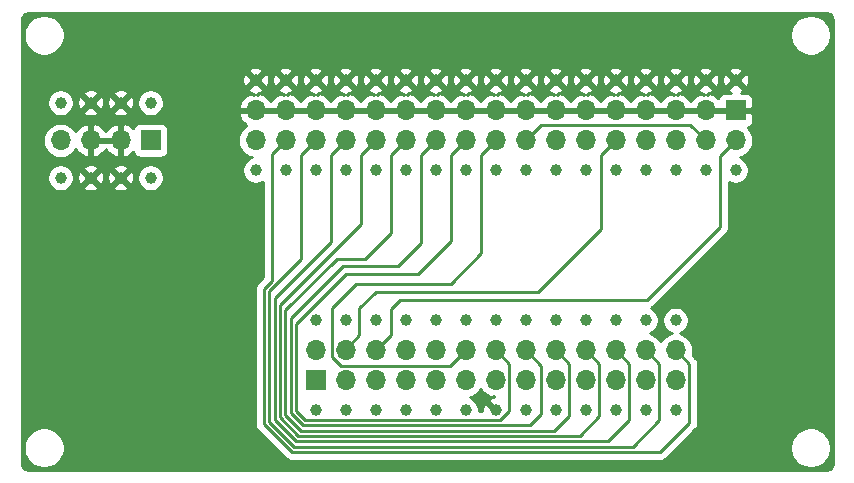
<source format=gbr>
G04 #@! TF.GenerationSoftware,KiCad,Pcbnew,(5.1.2)-2*
G04 #@! TF.CreationDate,2020-12-20T10:42:53+00:00*
G04 #@! TF.ProjectId,Amiga 34-pin to Citizen Slim 26-pin Adapter (Design A),416d6967-6120-4333-942d-70696e20746f,rev?*
G04 #@! TF.SameCoordinates,Original*
G04 #@! TF.FileFunction,Copper,L1,Top*
G04 #@! TF.FilePolarity,Positive*
%FSLAX46Y46*%
G04 Gerber Fmt 4.6, Leading zero omitted, Abs format (unit mm)*
G04 Created by KiCad (PCBNEW (5.1.2)-2) date 2020-12-20 10:42:53*
%MOMM*%
%LPD*%
G04 APERTURE LIST*
%ADD10C,1.000000*%
%ADD11O,1.700000X1.700000*%
%ADD12R,1.700000X1.700000*%
%ADD13C,0.250000*%
%ADD14C,0.254000*%
G04 APERTURE END LIST*
D10*
X137160000Y-118110000D03*
X139700000Y-118110000D03*
X134620000Y-118110000D03*
X132080000Y-118110000D03*
X142240000Y-118110000D03*
X144780000Y-118110000D03*
X147320000Y-118110000D03*
X129540000Y-118110000D03*
X119380000Y-118110000D03*
X116840000Y-118110000D03*
X121920000Y-118110000D03*
X127000000Y-118110000D03*
X124460000Y-118110000D03*
D11*
X147320000Y-113030000D03*
X147320000Y-115570000D03*
X144780000Y-113030000D03*
X144780000Y-115570000D03*
X142240000Y-113030000D03*
X142240000Y-115570000D03*
X139700000Y-113030000D03*
X139700000Y-115570000D03*
X137160000Y-113030000D03*
X137160000Y-115570000D03*
X134620000Y-113030000D03*
X134620000Y-115570000D03*
X132080000Y-113030000D03*
X132080000Y-115570000D03*
X129540000Y-113030000D03*
X129540000Y-115570000D03*
X127000000Y-113030000D03*
X127000000Y-115570000D03*
X124460000Y-113030000D03*
X124460000Y-115570000D03*
X121920000Y-113030000D03*
X121920000Y-115570000D03*
X119380000Y-113030000D03*
X119380000Y-115570000D03*
X116840000Y-113030000D03*
D12*
X116840000Y-115570000D03*
D10*
X111760000Y-90170000D03*
X114300000Y-90170000D03*
X116840000Y-90170000D03*
X119380000Y-90170000D03*
X121920000Y-90170000D03*
X124460000Y-90170000D03*
X127000000Y-90170000D03*
X129540000Y-90170000D03*
X132080000Y-90170000D03*
X134620000Y-90170000D03*
X137160000Y-90170000D03*
X139700000Y-90170000D03*
X142240000Y-90170000D03*
X144780000Y-90170000D03*
X147320000Y-110490000D03*
X144780000Y-110490000D03*
X142240000Y-110490000D03*
X139700000Y-110490000D03*
X137160000Y-110490000D03*
X134620000Y-110490000D03*
X132080000Y-110490000D03*
X129540000Y-110490000D03*
X127000000Y-110490000D03*
X124460000Y-110490000D03*
X121920000Y-110490000D03*
X119380000Y-110490000D03*
X116840000Y-110490000D03*
X102870000Y-98425000D03*
X100330000Y-98425000D03*
X97790000Y-98425000D03*
X95250000Y-98425000D03*
X95250000Y-92075000D03*
X102870000Y-92075000D03*
X100330000Y-92075000D03*
X97790000Y-92075000D03*
X147320000Y-90170000D03*
X149860000Y-90170000D03*
X152400000Y-90170000D03*
X111760000Y-97790000D03*
X114300000Y-97790000D03*
X116840000Y-97790000D03*
X119380000Y-97790000D03*
X121920000Y-97790000D03*
X124460000Y-97790000D03*
X127000000Y-97790000D03*
X129540000Y-97790000D03*
X132080000Y-97790000D03*
X134620000Y-97790000D03*
X137160000Y-97790000D03*
X139700000Y-97790000D03*
X142240000Y-97790000D03*
X144780000Y-97790000D03*
X147320000Y-97790000D03*
X149860000Y-97790000D03*
X152400000Y-97790000D03*
D11*
X111760000Y-95250000D03*
X111760000Y-92710000D03*
X114300000Y-95250000D03*
X114300000Y-92710000D03*
X116840000Y-95250000D03*
X116840000Y-92710000D03*
X119380000Y-95250000D03*
X119380000Y-92710000D03*
X121920000Y-95250000D03*
X121920000Y-92710000D03*
X124460000Y-95250000D03*
X124460000Y-92710000D03*
X127000000Y-95250000D03*
X127000000Y-92710000D03*
X129540000Y-95250000D03*
X129540000Y-92710000D03*
X132080000Y-95250000D03*
X132080000Y-92710000D03*
X134620000Y-95250000D03*
X134620000Y-92710000D03*
X137160000Y-95250000D03*
X137160000Y-92710000D03*
X139700000Y-95250000D03*
X139700000Y-92710000D03*
X142240000Y-95250000D03*
X142240000Y-92710000D03*
X144780000Y-95250000D03*
X144780000Y-92710000D03*
X147320000Y-95250000D03*
X147320000Y-92710000D03*
X149860000Y-95250000D03*
X149860000Y-92710000D03*
X152400000Y-95250000D03*
D12*
X152400000Y-92710000D03*
D11*
X95250000Y-95250000D03*
X97790000Y-95250000D03*
X100330000Y-95250000D03*
D12*
X102870000Y-95250000D03*
D13*
X113131600Y-96418400D02*
X113450001Y-96099999D01*
X112471200Y-107817747D02*
X113131600Y-107157347D01*
X148495001Y-114205001D02*
X148495001Y-119170199D01*
X147320000Y-113030000D02*
X148495001Y-114205001D01*
X148495001Y-119170199D02*
X146030133Y-121635067D01*
X146030133Y-121635067D02*
X114827867Y-121635067D01*
X113131600Y-107157347D02*
X113131600Y-96418400D01*
X114827867Y-121635067D02*
X112471200Y-119278400D01*
X113450001Y-96099999D02*
X114300000Y-95250000D01*
X112471200Y-119278400D02*
X112471200Y-107817747D01*
X115620800Y-96469200D02*
X116840000Y-95250000D01*
X112921211Y-108004147D02*
X115620800Y-105304558D01*
X144780000Y-113030000D02*
X145955001Y-114205001D01*
X145955001Y-118966999D02*
X143736944Y-121185056D01*
X115620800Y-105304558D02*
X115620800Y-96469200D01*
X143736944Y-121185056D02*
X115014266Y-121185056D01*
X115014266Y-121185056D02*
X112921211Y-119092001D01*
X145955001Y-114205001D02*
X145955001Y-118966999D01*
X112921211Y-119092001D02*
X112921211Y-108004147D01*
X118110000Y-96520000D02*
X119380000Y-95250000D01*
X118110000Y-103835200D02*
X118110000Y-96520000D01*
X113371222Y-108573978D02*
X118110000Y-103835200D01*
X142240000Y-113030000D02*
X143415001Y-114205001D01*
X143415001Y-118916199D02*
X141596155Y-120735045D01*
X141596155Y-120735045D02*
X115200665Y-120735045D01*
X115200665Y-120735045D02*
X113371222Y-118905602D01*
X143415001Y-114205001D02*
X143415001Y-118916199D01*
X113371222Y-118905602D02*
X113371222Y-108573978D01*
X120650000Y-96520000D02*
X121920000Y-95250000D01*
X120650000Y-102362000D02*
X120650000Y-96520000D01*
X113821233Y-109190767D02*
X120650000Y-102362000D01*
X140875001Y-114205001D02*
X140875001Y-118611399D01*
X139700000Y-113030000D02*
X140875001Y-114205001D01*
X140875001Y-118611399D02*
X139201366Y-120285034D01*
X139201366Y-120285034D02*
X115387064Y-120285034D01*
X115387064Y-120285034D02*
X113821233Y-118719203D01*
X113821233Y-118719203D02*
X113821233Y-109190767D01*
X123240800Y-103073200D02*
X123240800Y-96469200D01*
X121005600Y-105308400D02*
X123240800Y-103073200D01*
X123240800Y-96469200D02*
X124460000Y-95250000D01*
X118618000Y-105308400D02*
X121005600Y-105308400D01*
X114271244Y-109655156D02*
X118618000Y-105308400D01*
X138335001Y-114205001D02*
X138335001Y-118560599D01*
X138335001Y-118560599D02*
X137060577Y-119835023D01*
X137160000Y-113030000D02*
X138335001Y-114205001D01*
X137060577Y-119835023D02*
X115573463Y-119835023D01*
X115573463Y-119835023D02*
X114271244Y-118532804D01*
X114271244Y-118532804D02*
X114271244Y-109655156D01*
X126150001Y-96099999D02*
X127000000Y-95250000D01*
X125730000Y-96520000D02*
X126150001Y-96099999D01*
X125730000Y-103987600D02*
X125730000Y-96520000D01*
X119126000Y-105918000D02*
X123799600Y-105918000D01*
X123799600Y-105918000D02*
X125730000Y-103987600D01*
X114721255Y-110322745D02*
X119126000Y-105918000D01*
X135940800Y-114350800D02*
X135940800Y-118414800D01*
X135940800Y-118414800D02*
X134970588Y-119385012D01*
X134970588Y-119385012D02*
X115759862Y-119385012D01*
X134620000Y-113030000D02*
X135940800Y-114350800D01*
X115759862Y-119385012D02*
X114721255Y-118346405D01*
X114721255Y-118346405D02*
X114721255Y-110322745D01*
X128270000Y-96520000D02*
X129540000Y-95250000D01*
X125476000Y-106578400D02*
X128270000Y-103784400D01*
X115171266Y-110839736D02*
X119432602Y-106578400D01*
X119432602Y-106578400D02*
X125476000Y-106578400D01*
X133255001Y-114205001D02*
X133255001Y-118156001D01*
X132080000Y-113030000D02*
X133255001Y-114205001D01*
X128270000Y-103784400D02*
X128270000Y-96520000D01*
X132476001Y-118935001D02*
X115946261Y-118935001D01*
X115946261Y-118935001D02*
X115171266Y-118160006D01*
X133255001Y-118156001D02*
X132476001Y-118935001D01*
X115171266Y-118160006D02*
X115171266Y-110839736D01*
X130860800Y-104800400D02*
X130860800Y-96469200D01*
X128219200Y-114350800D02*
X118961798Y-114350800D01*
X130860800Y-96469200D02*
X132080000Y-95250000D01*
X129540000Y-113030000D02*
X128219200Y-114350800D01*
X128270000Y-107391200D02*
X130860800Y-104800400D01*
X118961798Y-114350800D02*
X118204999Y-113594001D01*
X118204999Y-113594001D02*
X118204999Y-109480601D01*
X118204999Y-109480601D02*
X120294400Y-107391200D01*
X120294400Y-107391200D02*
X128270000Y-107391200D01*
X135469999Y-94400001D02*
X134620000Y-95250000D01*
X135915400Y-93954600D02*
X135469999Y-94400001D01*
X149860000Y-95250000D02*
X148564600Y-93954600D01*
X148564600Y-93954600D02*
X135915400Y-93954600D01*
X151079200Y-96570800D02*
X152400000Y-95250000D01*
X151079200Y-102616000D02*
X151079200Y-96570800D01*
X121920000Y-112979200D02*
X123190000Y-111709200D01*
X121920000Y-113030000D02*
X121920000Y-112979200D01*
X123190000Y-111709200D02*
X123190000Y-109524800D01*
X123190000Y-109524800D02*
X123952000Y-108762800D01*
X123952000Y-108762800D02*
X144932400Y-108762800D01*
X144932400Y-108762800D02*
X151079200Y-102616000D01*
X141020800Y-102768400D02*
X141020800Y-96469200D01*
X119380000Y-112928400D02*
X120548400Y-111760000D01*
X119380000Y-113030000D02*
X119380000Y-112928400D01*
X141020800Y-96469200D02*
X142240000Y-95250000D01*
X120548400Y-111760000D02*
X120548400Y-109474000D01*
X120548400Y-109474000D02*
X121920000Y-108102400D01*
X121920000Y-108102400D02*
X135686800Y-108102400D01*
X135686800Y-108102400D02*
X141020800Y-102768400D01*
D14*
G36*
X160137869Y-84494722D02*
G01*
X160251246Y-84528953D01*
X160355819Y-84584555D01*
X160447596Y-84659407D01*
X160523091Y-84750664D01*
X160579419Y-84854844D01*
X160614440Y-84967976D01*
X160630000Y-85116022D01*
X160630001Y-122522711D01*
X160615278Y-122672869D01*
X160581047Y-122786246D01*
X160525446Y-122890817D01*
X160450594Y-122982595D01*
X160359335Y-123058091D01*
X160255160Y-123114419D01*
X160142024Y-123149440D01*
X159993979Y-123165000D01*
X92615279Y-123165000D01*
X92465131Y-123150278D01*
X92351754Y-123116047D01*
X92247183Y-123060446D01*
X92155405Y-122985594D01*
X92079909Y-122894335D01*
X92023581Y-122790160D01*
X91988560Y-122677024D01*
X91973000Y-122528979D01*
X91973000Y-121114117D01*
X92118000Y-121114117D01*
X92118000Y-121455883D01*
X92184675Y-121791081D01*
X92315463Y-122106831D01*
X92505337Y-122390998D01*
X92747002Y-122632663D01*
X93031169Y-122822537D01*
X93346919Y-122953325D01*
X93682117Y-123020000D01*
X94023883Y-123020000D01*
X94359081Y-122953325D01*
X94674831Y-122822537D01*
X94958998Y-122632663D01*
X95200663Y-122390998D01*
X95390537Y-122106831D01*
X95521325Y-121791081D01*
X95588000Y-121455883D01*
X95588000Y-121114117D01*
X95521325Y-120778919D01*
X95390537Y-120463169D01*
X95200663Y-120179002D01*
X94958998Y-119937337D01*
X94674831Y-119747463D01*
X94359081Y-119616675D01*
X94023883Y-119550000D01*
X93682117Y-119550000D01*
X93346919Y-119616675D01*
X93031169Y-119747463D01*
X92747002Y-119937337D01*
X92505337Y-120179002D01*
X92315463Y-120463169D01*
X92184675Y-120778919D01*
X92118000Y-121114117D01*
X91973000Y-121114117D01*
X91973000Y-98313212D01*
X94115000Y-98313212D01*
X94115000Y-98536788D01*
X94158617Y-98756067D01*
X94244176Y-98962624D01*
X94368388Y-99148520D01*
X94526480Y-99306612D01*
X94712376Y-99430824D01*
X94918933Y-99516383D01*
X95138212Y-99560000D01*
X95361788Y-99560000D01*
X95581067Y-99516383D01*
X95787624Y-99430824D01*
X95973520Y-99306612D01*
X96076966Y-99203166D01*
X97191439Y-99203166D01*
X97226550Y-99416588D01*
X97430826Y-99507458D01*
X97648905Y-99556731D01*
X97872406Y-99562511D01*
X98092740Y-99524577D01*
X98301440Y-99444387D01*
X98353450Y-99416588D01*
X98388561Y-99203166D01*
X99731439Y-99203166D01*
X99766550Y-99416588D01*
X99970826Y-99507458D01*
X100188905Y-99556731D01*
X100412406Y-99562511D01*
X100632740Y-99524577D01*
X100841440Y-99444387D01*
X100893450Y-99416588D01*
X100928561Y-99203166D01*
X100330000Y-98604605D01*
X99731439Y-99203166D01*
X98388561Y-99203166D01*
X97790000Y-98604605D01*
X97191439Y-99203166D01*
X96076966Y-99203166D01*
X96131612Y-99148520D01*
X96255824Y-98962624D01*
X96341383Y-98756067D01*
X96385000Y-98536788D01*
X96385000Y-98507406D01*
X96652489Y-98507406D01*
X96690423Y-98727740D01*
X96770613Y-98936440D01*
X96798412Y-98988450D01*
X97011834Y-99023561D01*
X97610395Y-98425000D01*
X97969605Y-98425000D01*
X98568166Y-99023561D01*
X98781588Y-98988450D01*
X98872458Y-98784174D01*
X98921731Y-98566095D01*
X98923248Y-98507406D01*
X99192489Y-98507406D01*
X99230423Y-98727740D01*
X99310613Y-98936440D01*
X99338412Y-98988450D01*
X99551834Y-99023561D01*
X100150395Y-98425000D01*
X100509605Y-98425000D01*
X101108166Y-99023561D01*
X101321588Y-98988450D01*
X101412458Y-98784174D01*
X101461731Y-98566095D01*
X101467511Y-98342594D01*
X101462453Y-98313212D01*
X101735000Y-98313212D01*
X101735000Y-98536788D01*
X101778617Y-98756067D01*
X101864176Y-98962624D01*
X101988388Y-99148520D01*
X102146480Y-99306612D01*
X102332376Y-99430824D01*
X102538933Y-99516383D01*
X102758212Y-99560000D01*
X102981788Y-99560000D01*
X103201067Y-99516383D01*
X103407624Y-99430824D01*
X103593520Y-99306612D01*
X103751612Y-99148520D01*
X103875824Y-98962624D01*
X103961383Y-98756067D01*
X104005000Y-98536788D01*
X104005000Y-98313212D01*
X103961383Y-98093933D01*
X103875824Y-97887376D01*
X103751612Y-97701480D01*
X103593520Y-97543388D01*
X103407624Y-97419176D01*
X103201067Y-97333617D01*
X102981788Y-97290000D01*
X102758212Y-97290000D01*
X102538933Y-97333617D01*
X102332376Y-97419176D01*
X102146480Y-97543388D01*
X101988388Y-97701480D01*
X101864176Y-97887376D01*
X101778617Y-98093933D01*
X101735000Y-98313212D01*
X101462453Y-98313212D01*
X101429577Y-98122260D01*
X101349387Y-97913560D01*
X101321588Y-97861550D01*
X101108166Y-97826439D01*
X100509605Y-98425000D01*
X100150395Y-98425000D01*
X99551834Y-97826439D01*
X99338412Y-97861550D01*
X99247542Y-98065826D01*
X99198269Y-98283905D01*
X99192489Y-98507406D01*
X98923248Y-98507406D01*
X98927511Y-98342594D01*
X98889577Y-98122260D01*
X98809387Y-97913560D01*
X98781588Y-97861550D01*
X98568166Y-97826439D01*
X97969605Y-98425000D01*
X97610395Y-98425000D01*
X97011834Y-97826439D01*
X96798412Y-97861550D01*
X96707542Y-98065826D01*
X96658269Y-98283905D01*
X96652489Y-98507406D01*
X96385000Y-98507406D01*
X96385000Y-98313212D01*
X96341383Y-98093933D01*
X96255824Y-97887376D01*
X96131612Y-97701480D01*
X96076966Y-97646834D01*
X97191439Y-97646834D01*
X97790000Y-98245395D01*
X98388561Y-97646834D01*
X99731439Y-97646834D01*
X100330000Y-98245395D01*
X100928561Y-97646834D01*
X100893450Y-97433412D01*
X100689174Y-97342542D01*
X100471095Y-97293269D01*
X100247594Y-97287489D01*
X100027260Y-97325423D01*
X99818560Y-97405613D01*
X99766550Y-97433412D01*
X99731439Y-97646834D01*
X98388561Y-97646834D01*
X98353450Y-97433412D01*
X98149174Y-97342542D01*
X97931095Y-97293269D01*
X97707594Y-97287489D01*
X97487260Y-97325423D01*
X97278560Y-97405613D01*
X97226550Y-97433412D01*
X97191439Y-97646834D01*
X96076966Y-97646834D01*
X95973520Y-97543388D01*
X95787624Y-97419176D01*
X95581067Y-97333617D01*
X95361788Y-97290000D01*
X95138212Y-97290000D01*
X94918933Y-97333617D01*
X94712376Y-97419176D01*
X94526480Y-97543388D01*
X94368388Y-97701480D01*
X94244176Y-97887376D01*
X94158617Y-98093933D01*
X94115000Y-98313212D01*
X91973000Y-98313212D01*
X91973000Y-95250000D01*
X93757815Y-95250000D01*
X93786487Y-95541111D01*
X93871401Y-95821034D01*
X94009294Y-96079014D01*
X94194866Y-96305134D01*
X94420986Y-96490706D01*
X94678966Y-96628599D01*
X94958889Y-96713513D01*
X95177050Y-96735000D01*
X95322950Y-96735000D01*
X95541111Y-96713513D01*
X95821034Y-96628599D01*
X96079014Y-96490706D01*
X96305134Y-96305134D01*
X96490706Y-96079014D01*
X96525201Y-96014477D01*
X96594822Y-96131355D01*
X96789731Y-96347588D01*
X97023080Y-96521641D01*
X97285901Y-96646825D01*
X97433110Y-96691476D01*
X97663000Y-96570155D01*
X97663000Y-95377000D01*
X97917000Y-95377000D01*
X97917000Y-96570155D01*
X98146890Y-96691476D01*
X98294099Y-96646825D01*
X98556920Y-96521641D01*
X98790269Y-96347588D01*
X98985178Y-96131355D01*
X99060000Y-96005745D01*
X99134822Y-96131355D01*
X99329731Y-96347588D01*
X99563080Y-96521641D01*
X99825901Y-96646825D01*
X99973110Y-96691476D01*
X100203000Y-96570155D01*
X100203000Y-95377000D01*
X97917000Y-95377000D01*
X97663000Y-95377000D01*
X97643000Y-95377000D01*
X97643000Y-95123000D01*
X97663000Y-95123000D01*
X97663000Y-93929845D01*
X97917000Y-93929845D01*
X97917000Y-95123000D01*
X100203000Y-95123000D01*
X100203000Y-93929845D01*
X100457000Y-93929845D01*
X100457000Y-95123000D01*
X100477000Y-95123000D01*
X100477000Y-95377000D01*
X100457000Y-95377000D01*
X100457000Y-96570155D01*
X100686890Y-96691476D01*
X100834099Y-96646825D01*
X101096920Y-96521641D01*
X101330269Y-96347588D01*
X101406034Y-96263534D01*
X101430498Y-96344180D01*
X101489463Y-96454494D01*
X101568815Y-96551185D01*
X101665506Y-96630537D01*
X101775820Y-96689502D01*
X101895518Y-96725812D01*
X102020000Y-96738072D01*
X103720000Y-96738072D01*
X103844482Y-96725812D01*
X103964180Y-96689502D01*
X104074494Y-96630537D01*
X104171185Y-96551185D01*
X104250537Y-96454494D01*
X104309502Y-96344180D01*
X104345812Y-96224482D01*
X104358072Y-96100000D01*
X104358072Y-95250000D01*
X110267815Y-95250000D01*
X110296487Y-95541111D01*
X110381401Y-95821034D01*
X110519294Y-96079014D01*
X110704866Y-96305134D01*
X110930986Y-96490706D01*
X111188966Y-96628599D01*
X111425065Y-96700219D01*
X111222376Y-96784176D01*
X111036480Y-96908388D01*
X110878388Y-97066480D01*
X110754176Y-97252376D01*
X110668617Y-97458933D01*
X110625000Y-97678212D01*
X110625000Y-97901788D01*
X110668617Y-98121067D01*
X110754176Y-98327624D01*
X110878388Y-98513520D01*
X111036480Y-98671612D01*
X111222376Y-98795824D01*
X111428933Y-98881383D01*
X111648212Y-98925000D01*
X111871788Y-98925000D01*
X112091067Y-98881383D01*
X112297624Y-98795824D01*
X112371601Y-98746394D01*
X112371600Y-106842545D01*
X111960198Y-107253948D01*
X111931200Y-107277746D01*
X111907402Y-107306744D01*
X111907401Y-107306745D01*
X111836226Y-107393471D01*
X111765654Y-107525501D01*
X111722198Y-107668762D01*
X111707524Y-107817747D01*
X111711201Y-107855079D01*
X111711200Y-119241078D01*
X111707524Y-119278400D01*
X111711200Y-119315722D01*
X111711200Y-119315732D01*
X111722197Y-119427385D01*
X111749162Y-119516277D01*
X111765654Y-119570646D01*
X111836226Y-119702676D01*
X111870988Y-119745033D01*
X111931199Y-119818401D01*
X111960203Y-119842204D01*
X114264072Y-122146075D01*
X114287866Y-122175068D01*
X114316859Y-122198862D01*
X114316863Y-122198866D01*
X114373260Y-122245149D01*
X114403591Y-122270041D01*
X114535620Y-122340613D01*
X114678881Y-122384070D01*
X114790534Y-122395067D01*
X114790543Y-122395067D01*
X114827866Y-122398743D01*
X114865189Y-122395067D01*
X145992811Y-122395067D01*
X146030133Y-122398743D01*
X146067455Y-122395067D01*
X146067466Y-122395067D01*
X146179119Y-122384070D01*
X146322380Y-122340613D01*
X146454409Y-122270041D01*
X146570134Y-122175068D01*
X146593937Y-122146064D01*
X147625884Y-121114117D01*
X157015000Y-121114117D01*
X157015000Y-121455883D01*
X157081675Y-121791081D01*
X157212463Y-122106831D01*
X157402337Y-122390998D01*
X157644002Y-122632663D01*
X157928169Y-122822537D01*
X158243919Y-122953325D01*
X158579117Y-123020000D01*
X158920883Y-123020000D01*
X159256081Y-122953325D01*
X159571831Y-122822537D01*
X159855998Y-122632663D01*
X160097663Y-122390998D01*
X160287537Y-122106831D01*
X160418325Y-121791081D01*
X160485000Y-121455883D01*
X160485000Y-121114117D01*
X160418325Y-120778919D01*
X160287537Y-120463169D01*
X160097663Y-120179002D01*
X159855998Y-119937337D01*
X159571831Y-119747463D01*
X159256081Y-119616675D01*
X158920883Y-119550000D01*
X158579117Y-119550000D01*
X158243919Y-119616675D01*
X157928169Y-119747463D01*
X157644002Y-119937337D01*
X157402337Y-120179002D01*
X157212463Y-120463169D01*
X157081675Y-120778919D01*
X157015000Y-121114117D01*
X147625884Y-121114117D01*
X149006004Y-119733998D01*
X149035002Y-119710200D01*
X149129975Y-119594475D01*
X149200547Y-119462446D01*
X149244004Y-119319185D01*
X149255001Y-119207532D01*
X149255001Y-119207524D01*
X149258677Y-119170199D01*
X149255001Y-119132874D01*
X149255001Y-114242323D01*
X149258677Y-114205000D01*
X149255001Y-114167677D01*
X149255001Y-114167668D01*
X149244004Y-114056015D01*
X149200547Y-113912754D01*
X149129975Y-113780725D01*
X149035002Y-113665000D01*
X149006005Y-113641203D01*
X148760797Y-113395995D01*
X148783513Y-113321111D01*
X148812185Y-113030000D01*
X148783513Y-112738889D01*
X148698599Y-112458966D01*
X148560706Y-112200986D01*
X148375134Y-111974866D01*
X148149014Y-111789294D01*
X147891034Y-111651401D01*
X147654935Y-111579781D01*
X147857624Y-111495824D01*
X148043520Y-111371612D01*
X148201612Y-111213520D01*
X148325824Y-111027624D01*
X148411383Y-110821067D01*
X148455000Y-110601788D01*
X148455000Y-110378212D01*
X148411383Y-110158933D01*
X148325824Y-109952376D01*
X148201612Y-109766480D01*
X148043520Y-109608388D01*
X147857624Y-109484176D01*
X147651067Y-109398617D01*
X147431788Y-109355000D01*
X147208212Y-109355000D01*
X146988933Y-109398617D01*
X146782376Y-109484176D01*
X146596480Y-109608388D01*
X146438388Y-109766480D01*
X146314176Y-109952376D01*
X146228617Y-110158933D01*
X146185000Y-110378212D01*
X146185000Y-110601788D01*
X146228617Y-110821067D01*
X146314176Y-111027624D01*
X146438388Y-111213520D01*
X146596480Y-111371612D01*
X146782376Y-111495824D01*
X146985065Y-111579781D01*
X146748966Y-111651401D01*
X146490986Y-111789294D01*
X146264866Y-111974866D01*
X146079294Y-112200986D01*
X146050000Y-112255791D01*
X146020706Y-112200986D01*
X145835134Y-111974866D01*
X145609014Y-111789294D01*
X145351034Y-111651401D01*
X145114935Y-111579781D01*
X145317624Y-111495824D01*
X145503520Y-111371612D01*
X145661612Y-111213520D01*
X145785824Y-111027624D01*
X145871383Y-110821067D01*
X145915000Y-110601788D01*
X145915000Y-110378212D01*
X145871383Y-110158933D01*
X145785824Y-109952376D01*
X145661612Y-109766480D01*
X145503520Y-109608388D01*
X145317624Y-109484176D01*
X145248555Y-109455567D01*
X145356676Y-109397774D01*
X145472401Y-109302801D01*
X145496204Y-109273797D01*
X151590204Y-103179798D01*
X151619201Y-103156001D01*
X151656516Y-103110533D01*
X151714174Y-103040277D01*
X151784746Y-102908247D01*
X151795437Y-102873003D01*
X151828203Y-102764986D01*
X151839200Y-102653333D01*
X151839200Y-102653323D01*
X151842876Y-102616000D01*
X151839200Y-102578677D01*
X151839200Y-98780338D01*
X151862376Y-98795824D01*
X152068933Y-98881383D01*
X152288212Y-98925000D01*
X152511788Y-98925000D01*
X152731067Y-98881383D01*
X152937624Y-98795824D01*
X153123520Y-98671612D01*
X153281612Y-98513520D01*
X153405824Y-98327624D01*
X153491383Y-98121067D01*
X153535000Y-97901788D01*
X153535000Y-97678212D01*
X153491383Y-97458933D01*
X153405824Y-97252376D01*
X153281612Y-97066480D01*
X153123520Y-96908388D01*
X152937624Y-96784176D01*
X152734935Y-96700219D01*
X152971034Y-96628599D01*
X153229014Y-96490706D01*
X153455134Y-96305134D01*
X153640706Y-96079014D01*
X153778599Y-95821034D01*
X153863513Y-95541111D01*
X153892185Y-95250000D01*
X153863513Y-94958889D01*
X153778599Y-94678966D01*
X153640706Y-94420986D01*
X153455134Y-94194866D01*
X153425313Y-94170393D01*
X153494180Y-94149502D01*
X153604494Y-94090537D01*
X153701185Y-94011185D01*
X153780537Y-93914494D01*
X153839502Y-93804180D01*
X153875812Y-93684482D01*
X153888072Y-93560000D01*
X153885000Y-92995750D01*
X153726250Y-92837000D01*
X152527000Y-92837000D01*
X152527000Y-92857000D01*
X152273000Y-92857000D01*
X152273000Y-92837000D01*
X149987000Y-92837000D01*
X149987000Y-92857000D01*
X149733000Y-92857000D01*
X149733000Y-92837000D01*
X147447000Y-92837000D01*
X147447000Y-92857000D01*
X147193000Y-92857000D01*
X147193000Y-92837000D01*
X144907000Y-92837000D01*
X144907000Y-92857000D01*
X144653000Y-92857000D01*
X144653000Y-92837000D01*
X142367000Y-92837000D01*
X142367000Y-92857000D01*
X142113000Y-92857000D01*
X142113000Y-92837000D01*
X139827000Y-92837000D01*
X139827000Y-92857000D01*
X139573000Y-92857000D01*
X139573000Y-92837000D01*
X137287000Y-92837000D01*
X137287000Y-92857000D01*
X137033000Y-92857000D01*
X137033000Y-92837000D01*
X134747000Y-92837000D01*
X134747000Y-92857000D01*
X134493000Y-92857000D01*
X134493000Y-92837000D01*
X132207000Y-92837000D01*
X132207000Y-92857000D01*
X131953000Y-92857000D01*
X131953000Y-92837000D01*
X129667000Y-92837000D01*
X129667000Y-92857000D01*
X129413000Y-92857000D01*
X129413000Y-92837000D01*
X127127000Y-92837000D01*
X127127000Y-92857000D01*
X126873000Y-92857000D01*
X126873000Y-92837000D01*
X124587000Y-92837000D01*
X124587000Y-92857000D01*
X124333000Y-92857000D01*
X124333000Y-92837000D01*
X122047000Y-92837000D01*
X122047000Y-92857000D01*
X121793000Y-92857000D01*
X121793000Y-92837000D01*
X119507000Y-92837000D01*
X119507000Y-92857000D01*
X119253000Y-92857000D01*
X119253000Y-92837000D01*
X116967000Y-92837000D01*
X116967000Y-92857000D01*
X116713000Y-92857000D01*
X116713000Y-92837000D01*
X114427000Y-92837000D01*
X114427000Y-92857000D01*
X114173000Y-92857000D01*
X114173000Y-92837000D01*
X111887000Y-92837000D01*
X111887000Y-92857000D01*
X111633000Y-92857000D01*
X111633000Y-92837000D01*
X110439186Y-92837000D01*
X110318519Y-93066891D01*
X110415843Y-93341252D01*
X110564822Y-93591355D01*
X110759731Y-93807588D01*
X110988756Y-93978416D01*
X110930986Y-94009294D01*
X110704866Y-94194866D01*
X110519294Y-94420986D01*
X110381401Y-94678966D01*
X110296487Y-94958889D01*
X110267815Y-95250000D01*
X104358072Y-95250000D01*
X104358072Y-94400000D01*
X104345812Y-94275518D01*
X104309502Y-94155820D01*
X104250537Y-94045506D01*
X104171185Y-93948815D01*
X104074494Y-93869463D01*
X103964180Y-93810498D01*
X103844482Y-93774188D01*
X103720000Y-93761928D01*
X102020000Y-93761928D01*
X101895518Y-93774188D01*
X101775820Y-93810498D01*
X101665506Y-93869463D01*
X101568815Y-93948815D01*
X101489463Y-94045506D01*
X101430498Y-94155820D01*
X101406034Y-94236466D01*
X101330269Y-94152412D01*
X101096920Y-93978359D01*
X100834099Y-93853175D01*
X100686890Y-93808524D01*
X100457000Y-93929845D01*
X100203000Y-93929845D01*
X99973110Y-93808524D01*
X99825901Y-93853175D01*
X99563080Y-93978359D01*
X99329731Y-94152412D01*
X99134822Y-94368645D01*
X99060000Y-94494255D01*
X98985178Y-94368645D01*
X98790269Y-94152412D01*
X98556920Y-93978359D01*
X98294099Y-93853175D01*
X98146890Y-93808524D01*
X97917000Y-93929845D01*
X97663000Y-93929845D01*
X97433110Y-93808524D01*
X97285901Y-93853175D01*
X97023080Y-93978359D01*
X96789731Y-94152412D01*
X96594822Y-94368645D01*
X96525201Y-94485523D01*
X96490706Y-94420986D01*
X96305134Y-94194866D01*
X96079014Y-94009294D01*
X95821034Y-93871401D01*
X95541111Y-93786487D01*
X95322950Y-93765000D01*
X95177050Y-93765000D01*
X94958889Y-93786487D01*
X94678966Y-93871401D01*
X94420986Y-94009294D01*
X94194866Y-94194866D01*
X94009294Y-94420986D01*
X93871401Y-94678966D01*
X93786487Y-94958889D01*
X93757815Y-95250000D01*
X91973000Y-95250000D01*
X91973000Y-91963212D01*
X94115000Y-91963212D01*
X94115000Y-92186788D01*
X94158617Y-92406067D01*
X94244176Y-92612624D01*
X94368388Y-92798520D01*
X94526480Y-92956612D01*
X94712376Y-93080824D01*
X94918933Y-93166383D01*
X95138212Y-93210000D01*
X95361788Y-93210000D01*
X95581067Y-93166383D01*
X95787624Y-93080824D01*
X95973520Y-92956612D01*
X96076966Y-92853166D01*
X97191439Y-92853166D01*
X97226550Y-93066588D01*
X97430826Y-93157458D01*
X97648905Y-93206731D01*
X97872406Y-93212511D01*
X98092740Y-93174577D01*
X98301440Y-93094387D01*
X98353450Y-93066588D01*
X98388561Y-92853166D01*
X99731439Y-92853166D01*
X99766550Y-93066588D01*
X99970826Y-93157458D01*
X100188905Y-93206731D01*
X100412406Y-93212511D01*
X100632740Y-93174577D01*
X100841440Y-93094387D01*
X100893450Y-93066588D01*
X100928561Y-92853166D01*
X100330000Y-92254605D01*
X99731439Y-92853166D01*
X98388561Y-92853166D01*
X97790000Y-92254605D01*
X97191439Y-92853166D01*
X96076966Y-92853166D01*
X96131612Y-92798520D01*
X96255824Y-92612624D01*
X96341383Y-92406067D01*
X96385000Y-92186788D01*
X96385000Y-92157406D01*
X96652489Y-92157406D01*
X96690423Y-92377740D01*
X96770613Y-92586440D01*
X96798412Y-92638450D01*
X97011834Y-92673561D01*
X97610395Y-92075000D01*
X97969605Y-92075000D01*
X98568166Y-92673561D01*
X98781588Y-92638450D01*
X98872458Y-92434174D01*
X98921731Y-92216095D01*
X98923248Y-92157406D01*
X99192489Y-92157406D01*
X99230423Y-92377740D01*
X99310613Y-92586440D01*
X99338412Y-92638450D01*
X99551834Y-92673561D01*
X100150395Y-92075000D01*
X100509605Y-92075000D01*
X101108166Y-92673561D01*
X101321588Y-92638450D01*
X101412458Y-92434174D01*
X101461731Y-92216095D01*
X101467511Y-91992594D01*
X101462453Y-91963212D01*
X101735000Y-91963212D01*
X101735000Y-92186788D01*
X101778617Y-92406067D01*
X101864176Y-92612624D01*
X101988388Y-92798520D01*
X102146480Y-92956612D01*
X102332376Y-93080824D01*
X102538933Y-93166383D01*
X102758212Y-93210000D01*
X102981788Y-93210000D01*
X103201067Y-93166383D01*
X103407624Y-93080824D01*
X103593520Y-92956612D01*
X103751612Y-92798520D01*
X103875824Y-92612624D01*
X103961383Y-92406067D01*
X103971916Y-92353109D01*
X110318519Y-92353109D01*
X110439186Y-92583000D01*
X111633000Y-92583000D01*
X111633000Y-92563000D01*
X111887000Y-92563000D01*
X111887000Y-92583000D01*
X114173000Y-92583000D01*
X114173000Y-92563000D01*
X114427000Y-92563000D01*
X114427000Y-92583000D01*
X116713000Y-92583000D01*
X116713000Y-92563000D01*
X116967000Y-92563000D01*
X116967000Y-92583000D01*
X119253000Y-92583000D01*
X119253000Y-92563000D01*
X119507000Y-92563000D01*
X119507000Y-92583000D01*
X121793000Y-92583000D01*
X121793000Y-92563000D01*
X122047000Y-92563000D01*
X122047000Y-92583000D01*
X124333000Y-92583000D01*
X124333000Y-92563000D01*
X124587000Y-92563000D01*
X124587000Y-92583000D01*
X126873000Y-92583000D01*
X126873000Y-92563000D01*
X127127000Y-92563000D01*
X127127000Y-92583000D01*
X129413000Y-92583000D01*
X129413000Y-92563000D01*
X129667000Y-92563000D01*
X129667000Y-92583000D01*
X131953000Y-92583000D01*
X131953000Y-92563000D01*
X132207000Y-92563000D01*
X132207000Y-92583000D01*
X134493000Y-92583000D01*
X134493000Y-92563000D01*
X134747000Y-92563000D01*
X134747000Y-92583000D01*
X137033000Y-92583000D01*
X137033000Y-92563000D01*
X137287000Y-92563000D01*
X137287000Y-92583000D01*
X139573000Y-92583000D01*
X139573000Y-92563000D01*
X139827000Y-92563000D01*
X139827000Y-92583000D01*
X142113000Y-92583000D01*
X142113000Y-92563000D01*
X142367000Y-92563000D01*
X142367000Y-92583000D01*
X144653000Y-92583000D01*
X144653000Y-92563000D01*
X144907000Y-92563000D01*
X144907000Y-92583000D01*
X147193000Y-92583000D01*
X147193000Y-92563000D01*
X147447000Y-92563000D01*
X147447000Y-92583000D01*
X149733000Y-92583000D01*
X149733000Y-92563000D01*
X149987000Y-92563000D01*
X149987000Y-92583000D01*
X152273000Y-92583000D01*
X152273000Y-92563000D01*
X152527000Y-92563000D01*
X152527000Y-92583000D01*
X153726250Y-92583000D01*
X153885000Y-92424250D01*
X153888072Y-91860000D01*
X153875812Y-91735518D01*
X153839502Y-91615820D01*
X153780537Y-91505506D01*
X153701185Y-91408815D01*
X153604494Y-91329463D01*
X153494180Y-91270498D01*
X153374482Y-91234188D01*
X153250000Y-91221928D01*
X152820666Y-91224265D01*
X152911440Y-91189387D01*
X152963450Y-91161588D01*
X152998561Y-90948166D01*
X152400000Y-90349605D01*
X151801439Y-90948166D01*
X151836550Y-91161588D01*
X151977426Y-91224255D01*
X151550000Y-91221928D01*
X151425518Y-91234188D01*
X151305820Y-91270498D01*
X151195506Y-91329463D01*
X151098815Y-91408815D01*
X151019463Y-91505506D01*
X150960498Y-91615820D01*
X150936034Y-91696466D01*
X150860269Y-91612412D01*
X150626920Y-91438359D01*
X150364099Y-91313175D01*
X150216890Y-91268524D01*
X149987002Y-91389844D01*
X149987002Y-91299833D01*
X150162740Y-91269577D01*
X150371440Y-91189387D01*
X150423450Y-91161588D01*
X150458561Y-90948166D01*
X149860000Y-90349605D01*
X149261439Y-90948166D01*
X149296550Y-91161588D01*
X149500826Y-91252458D01*
X149718905Y-91301731D01*
X149732998Y-91302095D01*
X149732998Y-91389844D01*
X149503110Y-91268524D01*
X149355901Y-91313175D01*
X149093080Y-91438359D01*
X148859731Y-91612412D01*
X148664822Y-91828645D01*
X148590000Y-91954255D01*
X148515178Y-91828645D01*
X148320269Y-91612412D01*
X148086920Y-91438359D01*
X147824099Y-91313175D01*
X147676890Y-91268524D01*
X147447002Y-91389844D01*
X147447002Y-91299833D01*
X147622740Y-91269577D01*
X147831440Y-91189387D01*
X147883450Y-91161588D01*
X147918561Y-90948166D01*
X147320000Y-90349605D01*
X146721439Y-90948166D01*
X146756550Y-91161588D01*
X146960826Y-91252458D01*
X147178905Y-91301731D01*
X147192998Y-91302095D01*
X147192998Y-91389844D01*
X146963110Y-91268524D01*
X146815901Y-91313175D01*
X146553080Y-91438359D01*
X146319731Y-91612412D01*
X146124822Y-91828645D01*
X146050000Y-91954255D01*
X145975178Y-91828645D01*
X145780269Y-91612412D01*
X145546920Y-91438359D01*
X145284099Y-91313175D01*
X145136890Y-91268524D01*
X144907002Y-91389844D01*
X144907002Y-91299833D01*
X145082740Y-91269577D01*
X145291440Y-91189387D01*
X145343450Y-91161588D01*
X145378561Y-90948166D01*
X144780000Y-90349605D01*
X144181439Y-90948166D01*
X144216550Y-91161588D01*
X144420826Y-91252458D01*
X144638905Y-91301731D01*
X144652998Y-91302095D01*
X144652998Y-91389844D01*
X144423110Y-91268524D01*
X144275901Y-91313175D01*
X144013080Y-91438359D01*
X143779731Y-91612412D01*
X143584822Y-91828645D01*
X143510000Y-91954255D01*
X143435178Y-91828645D01*
X143240269Y-91612412D01*
X143006920Y-91438359D01*
X142744099Y-91313175D01*
X142596890Y-91268524D01*
X142367002Y-91389844D01*
X142367002Y-91299833D01*
X142542740Y-91269577D01*
X142751440Y-91189387D01*
X142803450Y-91161588D01*
X142838561Y-90948166D01*
X142240000Y-90349605D01*
X141641439Y-90948166D01*
X141676550Y-91161588D01*
X141880826Y-91252458D01*
X142098905Y-91301731D01*
X142112998Y-91302095D01*
X142112998Y-91389844D01*
X141883110Y-91268524D01*
X141735901Y-91313175D01*
X141473080Y-91438359D01*
X141239731Y-91612412D01*
X141044822Y-91828645D01*
X140970000Y-91954255D01*
X140895178Y-91828645D01*
X140700269Y-91612412D01*
X140466920Y-91438359D01*
X140204099Y-91313175D01*
X140056890Y-91268524D01*
X139827002Y-91389844D01*
X139827002Y-91299833D01*
X140002740Y-91269577D01*
X140211440Y-91189387D01*
X140263450Y-91161588D01*
X140298561Y-90948166D01*
X139700000Y-90349605D01*
X139101439Y-90948166D01*
X139136550Y-91161588D01*
X139340826Y-91252458D01*
X139558905Y-91301731D01*
X139572998Y-91302095D01*
X139572998Y-91389844D01*
X139343110Y-91268524D01*
X139195901Y-91313175D01*
X138933080Y-91438359D01*
X138699731Y-91612412D01*
X138504822Y-91828645D01*
X138430000Y-91954255D01*
X138355178Y-91828645D01*
X138160269Y-91612412D01*
X137926920Y-91438359D01*
X137664099Y-91313175D01*
X137516890Y-91268524D01*
X137287002Y-91389844D01*
X137287002Y-91299833D01*
X137462740Y-91269577D01*
X137671440Y-91189387D01*
X137723450Y-91161588D01*
X137758561Y-90948166D01*
X137160000Y-90349605D01*
X136561439Y-90948166D01*
X136596550Y-91161588D01*
X136800826Y-91252458D01*
X137018905Y-91301731D01*
X137032998Y-91302095D01*
X137032998Y-91389844D01*
X136803110Y-91268524D01*
X136655901Y-91313175D01*
X136393080Y-91438359D01*
X136159731Y-91612412D01*
X135964822Y-91828645D01*
X135890000Y-91954255D01*
X135815178Y-91828645D01*
X135620269Y-91612412D01*
X135386920Y-91438359D01*
X135124099Y-91313175D01*
X134976890Y-91268524D01*
X134747002Y-91389844D01*
X134747002Y-91299833D01*
X134922740Y-91269577D01*
X135131440Y-91189387D01*
X135183450Y-91161588D01*
X135218561Y-90948166D01*
X134620000Y-90349605D01*
X134021439Y-90948166D01*
X134056550Y-91161588D01*
X134260826Y-91252458D01*
X134478905Y-91301731D01*
X134492998Y-91302095D01*
X134492998Y-91389844D01*
X134263110Y-91268524D01*
X134115901Y-91313175D01*
X133853080Y-91438359D01*
X133619731Y-91612412D01*
X133424822Y-91828645D01*
X133350000Y-91954255D01*
X133275178Y-91828645D01*
X133080269Y-91612412D01*
X132846920Y-91438359D01*
X132584099Y-91313175D01*
X132436890Y-91268524D01*
X132207002Y-91389844D01*
X132207002Y-91299833D01*
X132382740Y-91269577D01*
X132591440Y-91189387D01*
X132643450Y-91161588D01*
X132678561Y-90948166D01*
X132080000Y-90349605D01*
X131481439Y-90948166D01*
X131516550Y-91161588D01*
X131720826Y-91252458D01*
X131938905Y-91301731D01*
X131952998Y-91302095D01*
X131952998Y-91389844D01*
X131723110Y-91268524D01*
X131575901Y-91313175D01*
X131313080Y-91438359D01*
X131079731Y-91612412D01*
X130884822Y-91828645D01*
X130810000Y-91954255D01*
X130735178Y-91828645D01*
X130540269Y-91612412D01*
X130306920Y-91438359D01*
X130044099Y-91313175D01*
X129896890Y-91268524D01*
X129667002Y-91389844D01*
X129667002Y-91299833D01*
X129842740Y-91269577D01*
X130051440Y-91189387D01*
X130103450Y-91161588D01*
X130138561Y-90948166D01*
X129540000Y-90349605D01*
X128941439Y-90948166D01*
X128976550Y-91161588D01*
X129180826Y-91252458D01*
X129398905Y-91301731D01*
X129412998Y-91302095D01*
X129412998Y-91389844D01*
X129183110Y-91268524D01*
X129035901Y-91313175D01*
X128773080Y-91438359D01*
X128539731Y-91612412D01*
X128344822Y-91828645D01*
X128270000Y-91954255D01*
X128195178Y-91828645D01*
X128000269Y-91612412D01*
X127766920Y-91438359D01*
X127504099Y-91313175D01*
X127356890Y-91268524D01*
X127127002Y-91389844D01*
X127127002Y-91299833D01*
X127302740Y-91269577D01*
X127511440Y-91189387D01*
X127563450Y-91161588D01*
X127598561Y-90948166D01*
X127000000Y-90349605D01*
X126401439Y-90948166D01*
X126436550Y-91161588D01*
X126640826Y-91252458D01*
X126858905Y-91301731D01*
X126872998Y-91302095D01*
X126872998Y-91389844D01*
X126643110Y-91268524D01*
X126495901Y-91313175D01*
X126233080Y-91438359D01*
X125999731Y-91612412D01*
X125804822Y-91828645D01*
X125730000Y-91954255D01*
X125655178Y-91828645D01*
X125460269Y-91612412D01*
X125226920Y-91438359D01*
X124964099Y-91313175D01*
X124816890Y-91268524D01*
X124587002Y-91389844D01*
X124587002Y-91299833D01*
X124762740Y-91269577D01*
X124971440Y-91189387D01*
X125023450Y-91161588D01*
X125058561Y-90948166D01*
X124460000Y-90349605D01*
X123861439Y-90948166D01*
X123896550Y-91161588D01*
X124100826Y-91252458D01*
X124318905Y-91301731D01*
X124332998Y-91302095D01*
X124332998Y-91389844D01*
X124103110Y-91268524D01*
X123955901Y-91313175D01*
X123693080Y-91438359D01*
X123459731Y-91612412D01*
X123264822Y-91828645D01*
X123190000Y-91954255D01*
X123115178Y-91828645D01*
X122920269Y-91612412D01*
X122686920Y-91438359D01*
X122424099Y-91313175D01*
X122276890Y-91268524D01*
X122047002Y-91389844D01*
X122047002Y-91299833D01*
X122222740Y-91269577D01*
X122431440Y-91189387D01*
X122483450Y-91161588D01*
X122518561Y-90948166D01*
X121920000Y-90349605D01*
X121321439Y-90948166D01*
X121356550Y-91161588D01*
X121560826Y-91252458D01*
X121778905Y-91301731D01*
X121792998Y-91302095D01*
X121792998Y-91389844D01*
X121563110Y-91268524D01*
X121415901Y-91313175D01*
X121153080Y-91438359D01*
X120919731Y-91612412D01*
X120724822Y-91828645D01*
X120650000Y-91954255D01*
X120575178Y-91828645D01*
X120380269Y-91612412D01*
X120146920Y-91438359D01*
X119884099Y-91313175D01*
X119736890Y-91268524D01*
X119507002Y-91389844D01*
X119507002Y-91299833D01*
X119682740Y-91269577D01*
X119891440Y-91189387D01*
X119943450Y-91161588D01*
X119978561Y-90948166D01*
X119380000Y-90349605D01*
X118781439Y-90948166D01*
X118816550Y-91161588D01*
X119020826Y-91252458D01*
X119238905Y-91301731D01*
X119252998Y-91302095D01*
X119252998Y-91389844D01*
X119023110Y-91268524D01*
X118875901Y-91313175D01*
X118613080Y-91438359D01*
X118379731Y-91612412D01*
X118184822Y-91828645D01*
X118110000Y-91954255D01*
X118035178Y-91828645D01*
X117840269Y-91612412D01*
X117606920Y-91438359D01*
X117344099Y-91313175D01*
X117196890Y-91268524D01*
X116967002Y-91389844D01*
X116967002Y-91299833D01*
X117142740Y-91269577D01*
X117351440Y-91189387D01*
X117403450Y-91161588D01*
X117438561Y-90948166D01*
X116840000Y-90349605D01*
X116241439Y-90948166D01*
X116276550Y-91161588D01*
X116480826Y-91252458D01*
X116698905Y-91301731D01*
X116712998Y-91302095D01*
X116712998Y-91389844D01*
X116483110Y-91268524D01*
X116335901Y-91313175D01*
X116073080Y-91438359D01*
X115839731Y-91612412D01*
X115644822Y-91828645D01*
X115570000Y-91954255D01*
X115495178Y-91828645D01*
X115300269Y-91612412D01*
X115066920Y-91438359D01*
X114804099Y-91313175D01*
X114656890Y-91268524D01*
X114427002Y-91389844D01*
X114427002Y-91299833D01*
X114602740Y-91269577D01*
X114811440Y-91189387D01*
X114863450Y-91161588D01*
X114898561Y-90948166D01*
X114300000Y-90349605D01*
X113701439Y-90948166D01*
X113736550Y-91161588D01*
X113940826Y-91252458D01*
X114158905Y-91301731D01*
X114172998Y-91302095D01*
X114172998Y-91389844D01*
X113943110Y-91268524D01*
X113795901Y-91313175D01*
X113533080Y-91438359D01*
X113299731Y-91612412D01*
X113104822Y-91828645D01*
X113030000Y-91954255D01*
X112955178Y-91828645D01*
X112760269Y-91612412D01*
X112526920Y-91438359D01*
X112264099Y-91313175D01*
X112116890Y-91268524D01*
X111887002Y-91389844D01*
X111887002Y-91299833D01*
X112062740Y-91269577D01*
X112271440Y-91189387D01*
X112323450Y-91161588D01*
X112358561Y-90948166D01*
X111760000Y-90349605D01*
X111161439Y-90948166D01*
X111196550Y-91161588D01*
X111400826Y-91252458D01*
X111618905Y-91301731D01*
X111632998Y-91302095D01*
X111632998Y-91389844D01*
X111403110Y-91268524D01*
X111255901Y-91313175D01*
X110993080Y-91438359D01*
X110759731Y-91612412D01*
X110564822Y-91828645D01*
X110415843Y-92078748D01*
X110318519Y-92353109D01*
X103971916Y-92353109D01*
X104005000Y-92186788D01*
X104005000Y-91963212D01*
X103961383Y-91743933D01*
X103875824Y-91537376D01*
X103751612Y-91351480D01*
X103593520Y-91193388D01*
X103407624Y-91069176D01*
X103201067Y-90983617D01*
X102981788Y-90940000D01*
X102758212Y-90940000D01*
X102538933Y-90983617D01*
X102332376Y-91069176D01*
X102146480Y-91193388D01*
X101988388Y-91351480D01*
X101864176Y-91537376D01*
X101778617Y-91743933D01*
X101735000Y-91963212D01*
X101462453Y-91963212D01*
X101429577Y-91772260D01*
X101349387Y-91563560D01*
X101321588Y-91511550D01*
X101108166Y-91476439D01*
X100509605Y-92075000D01*
X100150395Y-92075000D01*
X99551834Y-91476439D01*
X99338412Y-91511550D01*
X99247542Y-91715826D01*
X99198269Y-91933905D01*
X99192489Y-92157406D01*
X98923248Y-92157406D01*
X98927511Y-91992594D01*
X98889577Y-91772260D01*
X98809387Y-91563560D01*
X98781588Y-91511550D01*
X98568166Y-91476439D01*
X97969605Y-92075000D01*
X97610395Y-92075000D01*
X97011834Y-91476439D01*
X96798412Y-91511550D01*
X96707542Y-91715826D01*
X96658269Y-91933905D01*
X96652489Y-92157406D01*
X96385000Y-92157406D01*
X96385000Y-91963212D01*
X96341383Y-91743933D01*
X96255824Y-91537376D01*
X96131612Y-91351480D01*
X96076966Y-91296834D01*
X97191439Y-91296834D01*
X97790000Y-91895395D01*
X98388561Y-91296834D01*
X99731439Y-91296834D01*
X100330000Y-91895395D01*
X100928561Y-91296834D01*
X100893450Y-91083412D01*
X100689174Y-90992542D01*
X100471095Y-90943269D01*
X100247594Y-90937489D01*
X100027260Y-90975423D01*
X99818560Y-91055613D01*
X99766550Y-91083412D01*
X99731439Y-91296834D01*
X98388561Y-91296834D01*
X98353450Y-91083412D01*
X98149174Y-90992542D01*
X97931095Y-90943269D01*
X97707594Y-90937489D01*
X97487260Y-90975423D01*
X97278560Y-91055613D01*
X97226550Y-91083412D01*
X97191439Y-91296834D01*
X96076966Y-91296834D01*
X95973520Y-91193388D01*
X95787624Y-91069176D01*
X95581067Y-90983617D01*
X95361788Y-90940000D01*
X95138212Y-90940000D01*
X94918933Y-90983617D01*
X94712376Y-91069176D01*
X94526480Y-91193388D01*
X94368388Y-91351480D01*
X94244176Y-91537376D01*
X94158617Y-91743933D01*
X94115000Y-91963212D01*
X91973000Y-91963212D01*
X91973000Y-90252406D01*
X110622489Y-90252406D01*
X110660423Y-90472740D01*
X110740613Y-90681440D01*
X110768412Y-90733450D01*
X110981834Y-90768561D01*
X111580395Y-90170000D01*
X111939605Y-90170000D01*
X112538166Y-90768561D01*
X112751588Y-90733450D01*
X112842458Y-90529174D01*
X112891731Y-90311095D01*
X112893248Y-90252406D01*
X113162489Y-90252406D01*
X113200423Y-90472740D01*
X113280613Y-90681440D01*
X113308412Y-90733450D01*
X113521834Y-90768561D01*
X114120395Y-90170000D01*
X114479605Y-90170000D01*
X115078166Y-90768561D01*
X115291588Y-90733450D01*
X115382458Y-90529174D01*
X115431731Y-90311095D01*
X115433248Y-90252406D01*
X115702489Y-90252406D01*
X115740423Y-90472740D01*
X115820613Y-90681440D01*
X115848412Y-90733450D01*
X116061834Y-90768561D01*
X116660395Y-90170000D01*
X117019605Y-90170000D01*
X117618166Y-90768561D01*
X117831588Y-90733450D01*
X117922458Y-90529174D01*
X117971731Y-90311095D01*
X117973248Y-90252406D01*
X118242489Y-90252406D01*
X118280423Y-90472740D01*
X118360613Y-90681440D01*
X118388412Y-90733450D01*
X118601834Y-90768561D01*
X119200395Y-90170000D01*
X119559605Y-90170000D01*
X120158166Y-90768561D01*
X120371588Y-90733450D01*
X120462458Y-90529174D01*
X120511731Y-90311095D01*
X120513248Y-90252406D01*
X120782489Y-90252406D01*
X120820423Y-90472740D01*
X120900613Y-90681440D01*
X120928412Y-90733450D01*
X121141834Y-90768561D01*
X121740395Y-90170000D01*
X122099605Y-90170000D01*
X122698166Y-90768561D01*
X122911588Y-90733450D01*
X123002458Y-90529174D01*
X123051731Y-90311095D01*
X123053248Y-90252406D01*
X123322489Y-90252406D01*
X123360423Y-90472740D01*
X123440613Y-90681440D01*
X123468412Y-90733450D01*
X123681834Y-90768561D01*
X124280395Y-90170000D01*
X124639605Y-90170000D01*
X125238166Y-90768561D01*
X125451588Y-90733450D01*
X125542458Y-90529174D01*
X125591731Y-90311095D01*
X125593248Y-90252406D01*
X125862489Y-90252406D01*
X125900423Y-90472740D01*
X125980613Y-90681440D01*
X126008412Y-90733450D01*
X126221834Y-90768561D01*
X126820395Y-90170000D01*
X127179605Y-90170000D01*
X127778166Y-90768561D01*
X127991588Y-90733450D01*
X128082458Y-90529174D01*
X128131731Y-90311095D01*
X128133248Y-90252406D01*
X128402489Y-90252406D01*
X128440423Y-90472740D01*
X128520613Y-90681440D01*
X128548412Y-90733450D01*
X128761834Y-90768561D01*
X129360395Y-90170000D01*
X129719605Y-90170000D01*
X130318166Y-90768561D01*
X130531588Y-90733450D01*
X130622458Y-90529174D01*
X130671731Y-90311095D01*
X130673248Y-90252406D01*
X130942489Y-90252406D01*
X130980423Y-90472740D01*
X131060613Y-90681440D01*
X131088412Y-90733450D01*
X131301834Y-90768561D01*
X131900395Y-90170000D01*
X132259605Y-90170000D01*
X132858166Y-90768561D01*
X133071588Y-90733450D01*
X133162458Y-90529174D01*
X133211731Y-90311095D01*
X133213248Y-90252406D01*
X133482489Y-90252406D01*
X133520423Y-90472740D01*
X133600613Y-90681440D01*
X133628412Y-90733450D01*
X133841834Y-90768561D01*
X134440395Y-90170000D01*
X134799605Y-90170000D01*
X135398166Y-90768561D01*
X135611588Y-90733450D01*
X135702458Y-90529174D01*
X135751731Y-90311095D01*
X135753248Y-90252406D01*
X136022489Y-90252406D01*
X136060423Y-90472740D01*
X136140613Y-90681440D01*
X136168412Y-90733450D01*
X136381834Y-90768561D01*
X136980395Y-90170000D01*
X137339605Y-90170000D01*
X137938166Y-90768561D01*
X138151588Y-90733450D01*
X138242458Y-90529174D01*
X138291731Y-90311095D01*
X138293248Y-90252406D01*
X138562489Y-90252406D01*
X138600423Y-90472740D01*
X138680613Y-90681440D01*
X138708412Y-90733450D01*
X138921834Y-90768561D01*
X139520395Y-90170000D01*
X139879605Y-90170000D01*
X140478166Y-90768561D01*
X140691588Y-90733450D01*
X140782458Y-90529174D01*
X140831731Y-90311095D01*
X140833248Y-90252406D01*
X141102489Y-90252406D01*
X141140423Y-90472740D01*
X141220613Y-90681440D01*
X141248412Y-90733450D01*
X141461834Y-90768561D01*
X142060395Y-90170000D01*
X142419605Y-90170000D01*
X143018166Y-90768561D01*
X143231588Y-90733450D01*
X143322458Y-90529174D01*
X143371731Y-90311095D01*
X143373248Y-90252406D01*
X143642489Y-90252406D01*
X143680423Y-90472740D01*
X143760613Y-90681440D01*
X143788412Y-90733450D01*
X144001834Y-90768561D01*
X144600395Y-90170000D01*
X144959605Y-90170000D01*
X145558166Y-90768561D01*
X145771588Y-90733450D01*
X145862458Y-90529174D01*
X145911731Y-90311095D01*
X145913248Y-90252406D01*
X146182489Y-90252406D01*
X146220423Y-90472740D01*
X146300613Y-90681440D01*
X146328412Y-90733450D01*
X146541834Y-90768561D01*
X147140395Y-90170000D01*
X147499605Y-90170000D01*
X148098166Y-90768561D01*
X148311588Y-90733450D01*
X148402458Y-90529174D01*
X148451731Y-90311095D01*
X148453248Y-90252406D01*
X148722489Y-90252406D01*
X148760423Y-90472740D01*
X148840613Y-90681440D01*
X148868412Y-90733450D01*
X149081834Y-90768561D01*
X149680395Y-90170000D01*
X150039605Y-90170000D01*
X150638166Y-90768561D01*
X150851588Y-90733450D01*
X150942458Y-90529174D01*
X150991731Y-90311095D01*
X150993248Y-90252406D01*
X151262489Y-90252406D01*
X151300423Y-90472740D01*
X151380613Y-90681440D01*
X151408412Y-90733450D01*
X151621834Y-90768561D01*
X152220395Y-90170000D01*
X152579605Y-90170000D01*
X153178166Y-90768561D01*
X153391588Y-90733450D01*
X153482458Y-90529174D01*
X153531731Y-90311095D01*
X153537511Y-90087594D01*
X153499577Y-89867260D01*
X153419387Y-89658560D01*
X153391588Y-89606550D01*
X153178166Y-89571439D01*
X152579605Y-90170000D01*
X152220395Y-90170000D01*
X151621834Y-89571439D01*
X151408412Y-89606550D01*
X151317542Y-89810826D01*
X151268269Y-90028905D01*
X151262489Y-90252406D01*
X150993248Y-90252406D01*
X150997511Y-90087594D01*
X150959577Y-89867260D01*
X150879387Y-89658560D01*
X150851588Y-89606550D01*
X150638166Y-89571439D01*
X150039605Y-90170000D01*
X149680395Y-90170000D01*
X149081834Y-89571439D01*
X148868412Y-89606550D01*
X148777542Y-89810826D01*
X148728269Y-90028905D01*
X148722489Y-90252406D01*
X148453248Y-90252406D01*
X148457511Y-90087594D01*
X148419577Y-89867260D01*
X148339387Y-89658560D01*
X148311588Y-89606550D01*
X148098166Y-89571439D01*
X147499605Y-90170000D01*
X147140395Y-90170000D01*
X146541834Y-89571439D01*
X146328412Y-89606550D01*
X146237542Y-89810826D01*
X146188269Y-90028905D01*
X146182489Y-90252406D01*
X145913248Y-90252406D01*
X145917511Y-90087594D01*
X145879577Y-89867260D01*
X145799387Y-89658560D01*
X145771588Y-89606550D01*
X145558166Y-89571439D01*
X144959605Y-90170000D01*
X144600395Y-90170000D01*
X144001834Y-89571439D01*
X143788412Y-89606550D01*
X143697542Y-89810826D01*
X143648269Y-90028905D01*
X143642489Y-90252406D01*
X143373248Y-90252406D01*
X143377511Y-90087594D01*
X143339577Y-89867260D01*
X143259387Y-89658560D01*
X143231588Y-89606550D01*
X143018166Y-89571439D01*
X142419605Y-90170000D01*
X142060395Y-90170000D01*
X141461834Y-89571439D01*
X141248412Y-89606550D01*
X141157542Y-89810826D01*
X141108269Y-90028905D01*
X141102489Y-90252406D01*
X140833248Y-90252406D01*
X140837511Y-90087594D01*
X140799577Y-89867260D01*
X140719387Y-89658560D01*
X140691588Y-89606550D01*
X140478166Y-89571439D01*
X139879605Y-90170000D01*
X139520395Y-90170000D01*
X138921834Y-89571439D01*
X138708412Y-89606550D01*
X138617542Y-89810826D01*
X138568269Y-90028905D01*
X138562489Y-90252406D01*
X138293248Y-90252406D01*
X138297511Y-90087594D01*
X138259577Y-89867260D01*
X138179387Y-89658560D01*
X138151588Y-89606550D01*
X137938166Y-89571439D01*
X137339605Y-90170000D01*
X136980395Y-90170000D01*
X136381834Y-89571439D01*
X136168412Y-89606550D01*
X136077542Y-89810826D01*
X136028269Y-90028905D01*
X136022489Y-90252406D01*
X135753248Y-90252406D01*
X135757511Y-90087594D01*
X135719577Y-89867260D01*
X135639387Y-89658560D01*
X135611588Y-89606550D01*
X135398166Y-89571439D01*
X134799605Y-90170000D01*
X134440395Y-90170000D01*
X133841834Y-89571439D01*
X133628412Y-89606550D01*
X133537542Y-89810826D01*
X133488269Y-90028905D01*
X133482489Y-90252406D01*
X133213248Y-90252406D01*
X133217511Y-90087594D01*
X133179577Y-89867260D01*
X133099387Y-89658560D01*
X133071588Y-89606550D01*
X132858166Y-89571439D01*
X132259605Y-90170000D01*
X131900395Y-90170000D01*
X131301834Y-89571439D01*
X131088412Y-89606550D01*
X130997542Y-89810826D01*
X130948269Y-90028905D01*
X130942489Y-90252406D01*
X130673248Y-90252406D01*
X130677511Y-90087594D01*
X130639577Y-89867260D01*
X130559387Y-89658560D01*
X130531588Y-89606550D01*
X130318166Y-89571439D01*
X129719605Y-90170000D01*
X129360395Y-90170000D01*
X128761834Y-89571439D01*
X128548412Y-89606550D01*
X128457542Y-89810826D01*
X128408269Y-90028905D01*
X128402489Y-90252406D01*
X128133248Y-90252406D01*
X128137511Y-90087594D01*
X128099577Y-89867260D01*
X128019387Y-89658560D01*
X127991588Y-89606550D01*
X127778166Y-89571439D01*
X127179605Y-90170000D01*
X126820395Y-90170000D01*
X126221834Y-89571439D01*
X126008412Y-89606550D01*
X125917542Y-89810826D01*
X125868269Y-90028905D01*
X125862489Y-90252406D01*
X125593248Y-90252406D01*
X125597511Y-90087594D01*
X125559577Y-89867260D01*
X125479387Y-89658560D01*
X125451588Y-89606550D01*
X125238166Y-89571439D01*
X124639605Y-90170000D01*
X124280395Y-90170000D01*
X123681834Y-89571439D01*
X123468412Y-89606550D01*
X123377542Y-89810826D01*
X123328269Y-90028905D01*
X123322489Y-90252406D01*
X123053248Y-90252406D01*
X123057511Y-90087594D01*
X123019577Y-89867260D01*
X122939387Y-89658560D01*
X122911588Y-89606550D01*
X122698166Y-89571439D01*
X122099605Y-90170000D01*
X121740395Y-90170000D01*
X121141834Y-89571439D01*
X120928412Y-89606550D01*
X120837542Y-89810826D01*
X120788269Y-90028905D01*
X120782489Y-90252406D01*
X120513248Y-90252406D01*
X120517511Y-90087594D01*
X120479577Y-89867260D01*
X120399387Y-89658560D01*
X120371588Y-89606550D01*
X120158166Y-89571439D01*
X119559605Y-90170000D01*
X119200395Y-90170000D01*
X118601834Y-89571439D01*
X118388412Y-89606550D01*
X118297542Y-89810826D01*
X118248269Y-90028905D01*
X118242489Y-90252406D01*
X117973248Y-90252406D01*
X117977511Y-90087594D01*
X117939577Y-89867260D01*
X117859387Y-89658560D01*
X117831588Y-89606550D01*
X117618166Y-89571439D01*
X117019605Y-90170000D01*
X116660395Y-90170000D01*
X116061834Y-89571439D01*
X115848412Y-89606550D01*
X115757542Y-89810826D01*
X115708269Y-90028905D01*
X115702489Y-90252406D01*
X115433248Y-90252406D01*
X115437511Y-90087594D01*
X115399577Y-89867260D01*
X115319387Y-89658560D01*
X115291588Y-89606550D01*
X115078166Y-89571439D01*
X114479605Y-90170000D01*
X114120395Y-90170000D01*
X113521834Y-89571439D01*
X113308412Y-89606550D01*
X113217542Y-89810826D01*
X113168269Y-90028905D01*
X113162489Y-90252406D01*
X112893248Y-90252406D01*
X112897511Y-90087594D01*
X112859577Y-89867260D01*
X112779387Y-89658560D01*
X112751588Y-89606550D01*
X112538166Y-89571439D01*
X111939605Y-90170000D01*
X111580395Y-90170000D01*
X110981834Y-89571439D01*
X110768412Y-89606550D01*
X110677542Y-89810826D01*
X110628269Y-90028905D01*
X110622489Y-90252406D01*
X91973000Y-90252406D01*
X91973000Y-89391834D01*
X111161439Y-89391834D01*
X111760000Y-89990395D01*
X112358561Y-89391834D01*
X113701439Y-89391834D01*
X114300000Y-89990395D01*
X114898561Y-89391834D01*
X116241439Y-89391834D01*
X116840000Y-89990395D01*
X117438561Y-89391834D01*
X118781439Y-89391834D01*
X119380000Y-89990395D01*
X119978561Y-89391834D01*
X121321439Y-89391834D01*
X121920000Y-89990395D01*
X122518561Y-89391834D01*
X123861439Y-89391834D01*
X124460000Y-89990395D01*
X125058561Y-89391834D01*
X126401439Y-89391834D01*
X127000000Y-89990395D01*
X127598561Y-89391834D01*
X128941439Y-89391834D01*
X129540000Y-89990395D01*
X130138561Y-89391834D01*
X131481439Y-89391834D01*
X132080000Y-89990395D01*
X132678561Y-89391834D01*
X134021439Y-89391834D01*
X134620000Y-89990395D01*
X135218561Y-89391834D01*
X136561439Y-89391834D01*
X137160000Y-89990395D01*
X137758561Y-89391834D01*
X139101439Y-89391834D01*
X139700000Y-89990395D01*
X140298561Y-89391834D01*
X141641439Y-89391834D01*
X142240000Y-89990395D01*
X142838561Y-89391834D01*
X144181439Y-89391834D01*
X144780000Y-89990395D01*
X145378561Y-89391834D01*
X146721439Y-89391834D01*
X147320000Y-89990395D01*
X147918561Y-89391834D01*
X149261439Y-89391834D01*
X149860000Y-89990395D01*
X150458561Y-89391834D01*
X151801439Y-89391834D01*
X152400000Y-89990395D01*
X152998561Y-89391834D01*
X152963450Y-89178412D01*
X152759174Y-89087542D01*
X152541095Y-89038269D01*
X152317594Y-89032489D01*
X152097260Y-89070423D01*
X151888560Y-89150613D01*
X151836550Y-89178412D01*
X151801439Y-89391834D01*
X150458561Y-89391834D01*
X150423450Y-89178412D01*
X150219174Y-89087542D01*
X150001095Y-89038269D01*
X149777594Y-89032489D01*
X149557260Y-89070423D01*
X149348560Y-89150613D01*
X149296550Y-89178412D01*
X149261439Y-89391834D01*
X147918561Y-89391834D01*
X147883450Y-89178412D01*
X147679174Y-89087542D01*
X147461095Y-89038269D01*
X147237594Y-89032489D01*
X147017260Y-89070423D01*
X146808560Y-89150613D01*
X146756550Y-89178412D01*
X146721439Y-89391834D01*
X145378561Y-89391834D01*
X145343450Y-89178412D01*
X145139174Y-89087542D01*
X144921095Y-89038269D01*
X144697594Y-89032489D01*
X144477260Y-89070423D01*
X144268560Y-89150613D01*
X144216550Y-89178412D01*
X144181439Y-89391834D01*
X142838561Y-89391834D01*
X142803450Y-89178412D01*
X142599174Y-89087542D01*
X142381095Y-89038269D01*
X142157594Y-89032489D01*
X141937260Y-89070423D01*
X141728560Y-89150613D01*
X141676550Y-89178412D01*
X141641439Y-89391834D01*
X140298561Y-89391834D01*
X140263450Y-89178412D01*
X140059174Y-89087542D01*
X139841095Y-89038269D01*
X139617594Y-89032489D01*
X139397260Y-89070423D01*
X139188560Y-89150613D01*
X139136550Y-89178412D01*
X139101439Y-89391834D01*
X137758561Y-89391834D01*
X137723450Y-89178412D01*
X137519174Y-89087542D01*
X137301095Y-89038269D01*
X137077594Y-89032489D01*
X136857260Y-89070423D01*
X136648560Y-89150613D01*
X136596550Y-89178412D01*
X136561439Y-89391834D01*
X135218561Y-89391834D01*
X135183450Y-89178412D01*
X134979174Y-89087542D01*
X134761095Y-89038269D01*
X134537594Y-89032489D01*
X134317260Y-89070423D01*
X134108560Y-89150613D01*
X134056550Y-89178412D01*
X134021439Y-89391834D01*
X132678561Y-89391834D01*
X132643450Y-89178412D01*
X132439174Y-89087542D01*
X132221095Y-89038269D01*
X131997594Y-89032489D01*
X131777260Y-89070423D01*
X131568560Y-89150613D01*
X131516550Y-89178412D01*
X131481439Y-89391834D01*
X130138561Y-89391834D01*
X130103450Y-89178412D01*
X129899174Y-89087542D01*
X129681095Y-89038269D01*
X129457594Y-89032489D01*
X129237260Y-89070423D01*
X129028560Y-89150613D01*
X128976550Y-89178412D01*
X128941439Y-89391834D01*
X127598561Y-89391834D01*
X127563450Y-89178412D01*
X127359174Y-89087542D01*
X127141095Y-89038269D01*
X126917594Y-89032489D01*
X126697260Y-89070423D01*
X126488560Y-89150613D01*
X126436550Y-89178412D01*
X126401439Y-89391834D01*
X125058561Y-89391834D01*
X125023450Y-89178412D01*
X124819174Y-89087542D01*
X124601095Y-89038269D01*
X124377594Y-89032489D01*
X124157260Y-89070423D01*
X123948560Y-89150613D01*
X123896550Y-89178412D01*
X123861439Y-89391834D01*
X122518561Y-89391834D01*
X122483450Y-89178412D01*
X122279174Y-89087542D01*
X122061095Y-89038269D01*
X121837594Y-89032489D01*
X121617260Y-89070423D01*
X121408560Y-89150613D01*
X121356550Y-89178412D01*
X121321439Y-89391834D01*
X119978561Y-89391834D01*
X119943450Y-89178412D01*
X119739174Y-89087542D01*
X119521095Y-89038269D01*
X119297594Y-89032489D01*
X119077260Y-89070423D01*
X118868560Y-89150613D01*
X118816550Y-89178412D01*
X118781439Y-89391834D01*
X117438561Y-89391834D01*
X117403450Y-89178412D01*
X117199174Y-89087542D01*
X116981095Y-89038269D01*
X116757594Y-89032489D01*
X116537260Y-89070423D01*
X116328560Y-89150613D01*
X116276550Y-89178412D01*
X116241439Y-89391834D01*
X114898561Y-89391834D01*
X114863450Y-89178412D01*
X114659174Y-89087542D01*
X114441095Y-89038269D01*
X114217594Y-89032489D01*
X113997260Y-89070423D01*
X113788560Y-89150613D01*
X113736550Y-89178412D01*
X113701439Y-89391834D01*
X112358561Y-89391834D01*
X112323450Y-89178412D01*
X112119174Y-89087542D01*
X111901095Y-89038269D01*
X111677594Y-89032489D01*
X111457260Y-89070423D01*
X111248560Y-89150613D01*
X111196550Y-89178412D01*
X111161439Y-89391834D01*
X91973000Y-89391834D01*
X91973000Y-86189117D01*
X92118000Y-86189117D01*
X92118000Y-86530883D01*
X92184675Y-86866081D01*
X92315463Y-87181831D01*
X92505337Y-87465998D01*
X92747002Y-87707663D01*
X93031169Y-87897537D01*
X93346919Y-88028325D01*
X93682117Y-88095000D01*
X94023883Y-88095000D01*
X94359081Y-88028325D01*
X94674831Y-87897537D01*
X94958998Y-87707663D01*
X95200663Y-87465998D01*
X95390537Y-87181831D01*
X95521325Y-86866081D01*
X95588000Y-86530883D01*
X95588000Y-86189117D01*
X157015000Y-86189117D01*
X157015000Y-86530883D01*
X157081675Y-86866081D01*
X157212463Y-87181831D01*
X157402337Y-87465998D01*
X157644002Y-87707663D01*
X157928169Y-87897537D01*
X158243919Y-88028325D01*
X158579117Y-88095000D01*
X158920883Y-88095000D01*
X159256081Y-88028325D01*
X159571831Y-87897537D01*
X159855998Y-87707663D01*
X160097663Y-87465998D01*
X160287537Y-87181831D01*
X160418325Y-86866081D01*
X160485000Y-86530883D01*
X160485000Y-86189117D01*
X160418325Y-85853919D01*
X160287537Y-85538169D01*
X160097663Y-85254002D01*
X159855998Y-85012337D01*
X159571831Y-84822463D01*
X159256081Y-84691675D01*
X158920883Y-84625000D01*
X158579117Y-84625000D01*
X158243919Y-84691675D01*
X157928169Y-84822463D01*
X157644002Y-85012337D01*
X157402337Y-85254002D01*
X157212463Y-85538169D01*
X157081675Y-85853919D01*
X157015000Y-86189117D01*
X95588000Y-86189117D01*
X95521325Y-85853919D01*
X95390537Y-85538169D01*
X95200663Y-85254002D01*
X94958998Y-85012337D01*
X94674831Y-84822463D01*
X94359081Y-84691675D01*
X94023883Y-84625000D01*
X93682117Y-84625000D01*
X93346919Y-84691675D01*
X93031169Y-84822463D01*
X92747002Y-85012337D01*
X92505337Y-85254002D01*
X92315463Y-85538169D01*
X92184675Y-85853919D01*
X92118000Y-86189117D01*
X91973000Y-86189117D01*
X91973000Y-85122279D01*
X91987722Y-84972131D01*
X92021953Y-84858754D01*
X92077555Y-84754181D01*
X92152407Y-84662404D01*
X92243664Y-84586909D01*
X92347844Y-84530581D01*
X92460976Y-84495560D01*
X92609022Y-84480000D01*
X159987721Y-84480000D01*
X160137869Y-84494722D01*
X160137869Y-84494722D01*
G37*
X160137869Y-84494722D02*
X160251246Y-84528953D01*
X160355819Y-84584555D01*
X160447596Y-84659407D01*
X160523091Y-84750664D01*
X160579419Y-84854844D01*
X160614440Y-84967976D01*
X160630000Y-85116022D01*
X160630001Y-122522711D01*
X160615278Y-122672869D01*
X160581047Y-122786246D01*
X160525446Y-122890817D01*
X160450594Y-122982595D01*
X160359335Y-123058091D01*
X160255160Y-123114419D01*
X160142024Y-123149440D01*
X159993979Y-123165000D01*
X92615279Y-123165000D01*
X92465131Y-123150278D01*
X92351754Y-123116047D01*
X92247183Y-123060446D01*
X92155405Y-122985594D01*
X92079909Y-122894335D01*
X92023581Y-122790160D01*
X91988560Y-122677024D01*
X91973000Y-122528979D01*
X91973000Y-121114117D01*
X92118000Y-121114117D01*
X92118000Y-121455883D01*
X92184675Y-121791081D01*
X92315463Y-122106831D01*
X92505337Y-122390998D01*
X92747002Y-122632663D01*
X93031169Y-122822537D01*
X93346919Y-122953325D01*
X93682117Y-123020000D01*
X94023883Y-123020000D01*
X94359081Y-122953325D01*
X94674831Y-122822537D01*
X94958998Y-122632663D01*
X95200663Y-122390998D01*
X95390537Y-122106831D01*
X95521325Y-121791081D01*
X95588000Y-121455883D01*
X95588000Y-121114117D01*
X95521325Y-120778919D01*
X95390537Y-120463169D01*
X95200663Y-120179002D01*
X94958998Y-119937337D01*
X94674831Y-119747463D01*
X94359081Y-119616675D01*
X94023883Y-119550000D01*
X93682117Y-119550000D01*
X93346919Y-119616675D01*
X93031169Y-119747463D01*
X92747002Y-119937337D01*
X92505337Y-120179002D01*
X92315463Y-120463169D01*
X92184675Y-120778919D01*
X92118000Y-121114117D01*
X91973000Y-121114117D01*
X91973000Y-98313212D01*
X94115000Y-98313212D01*
X94115000Y-98536788D01*
X94158617Y-98756067D01*
X94244176Y-98962624D01*
X94368388Y-99148520D01*
X94526480Y-99306612D01*
X94712376Y-99430824D01*
X94918933Y-99516383D01*
X95138212Y-99560000D01*
X95361788Y-99560000D01*
X95581067Y-99516383D01*
X95787624Y-99430824D01*
X95973520Y-99306612D01*
X96076966Y-99203166D01*
X97191439Y-99203166D01*
X97226550Y-99416588D01*
X97430826Y-99507458D01*
X97648905Y-99556731D01*
X97872406Y-99562511D01*
X98092740Y-99524577D01*
X98301440Y-99444387D01*
X98353450Y-99416588D01*
X98388561Y-99203166D01*
X99731439Y-99203166D01*
X99766550Y-99416588D01*
X99970826Y-99507458D01*
X100188905Y-99556731D01*
X100412406Y-99562511D01*
X100632740Y-99524577D01*
X100841440Y-99444387D01*
X100893450Y-99416588D01*
X100928561Y-99203166D01*
X100330000Y-98604605D01*
X99731439Y-99203166D01*
X98388561Y-99203166D01*
X97790000Y-98604605D01*
X97191439Y-99203166D01*
X96076966Y-99203166D01*
X96131612Y-99148520D01*
X96255824Y-98962624D01*
X96341383Y-98756067D01*
X96385000Y-98536788D01*
X96385000Y-98507406D01*
X96652489Y-98507406D01*
X96690423Y-98727740D01*
X96770613Y-98936440D01*
X96798412Y-98988450D01*
X97011834Y-99023561D01*
X97610395Y-98425000D01*
X97969605Y-98425000D01*
X98568166Y-99023561D01*
X98781588Y-98988450D01*
X98872458Y-98784174D01*
X98921731Y-98566095D01*
X98923248Y-98507406D01*
X99192489Y-98507406D01*
X99230423Y-98727740D01*
X99310613Y-98936440D01*
X99338412Y-98988450D01*
X99551834Y-99023561D01*
X100150395Y-98425000D01*
X100509605Y-98425000D01*
X101108166Y-99023561D01*
X101321588Y-98988450D01*
X101412458Y-98784174D01*
X101461731Y-98566095D01*
X101467511Y-98342594D01*
X101462453Y-98313212D01*
X101735000Y-98313212D01*
X101735000Y-98536788D01*
X101778617Y-98756067D01*
X101864176Y-98962624D01*
X101988388Y-99148520D01*
X102146480Y-99306612D01*
X102332376Y-99430824D01*
X102538933Y-99516383D01*
X102758212Y-99560000D01*
X102981788Y-99560000D01*
X103201067Y-99516383D01*
X103407624Y-99430824D01*
X103593520Y-99306612D01*
X103751612Y-99148520D01*
X103875824Y-98962624D01*
X103961383Y-98756067D01*
X104005000Y-98536788D01*
X104005000Y-98313212D01*
X103961383Y-98093933D01*
X103875824Y-97887376D01*
X103751612Y-97701480D01*
X103593520Y-97543388D01*
X103407624Y-97419176D01*
X103201067Y-97333617D01*
X102981788Y-97290000D01*
X102758212Y-97290000D01*
X102538933Y-97333617D01*
X102332376Y-97419176D01*
X102146480Y-97543388D01*
X101988388Y-97701480D01*
X101864176Y-97887376D01*
X101778617Y-98093933D01*
X101735000Y-98313212D01*
X101462453Y-98313212D01*
X101429577Y-98122260D01*
X101349387Y-97913560D01*
X101321588Y-97861550D01*
X101108166Y-97826439D01*
X100509605Y-98425000D01*
X100150395Y-98425000D01*
X99551834Y-97826439D01*
X99338412Y-97861550D01*
X99247542Y-98065826D01*
X99198269Y-98283905D01*
X99192489Y-98507406D01*
X98923248Y-98507406D01*
X98927511Y-98342594D01*
X98889577Y-98122260D01*
X98809387Y-97913560D01*
X98781588Y-97861550D01*
X98568166Y-97826439D01*
X97969605Y-98425000D01*
X97610395Y-98425000D01*
X97011834Y-97826439D01*
X96798412Y-97861550D01*
X96707542Y-98065826D01*
X96658269Y-98283905D01*
X96652489Y-98507406D01*
X96385000Y-98507406D01*
X96385000Y-98313212D01*
X96341383Y-98093933D01*
X96255824Y-97887376D01*
X96131612Y-97701480D01*
X96076966Y-97646834D01*
X97191439Y-97646834D01*
X97790000Y-98245395D01*
X98388561Y-97646834D01*
X99731439Y-97646834D01*
X100330000Y-98245395D01*
X100928561Y-97646834D01*
X100893450Y-97433412D01*
X100689174Y-97342542D01*
X100471095Y-97293269D01*
X100247594Y-97287489D01*
X100027260Y-97325423D01*
X99818560Y-97405613D01*
X99766550Y-97433412D01*
X99731439Y-97646834D01*
X98388561Y-97646834D01*
X98353450Y-97433412D01*
X98149174Y-97342542D01*
X97931095Y-97293269D01*
X97707594Y-97287489D01*
X97487260Y-97325423D01*
X97278560Y-97405613D01*
X97226550Y-97433412D01*
X97191439Y-97646834D01*
X96076966Y-97646834D01*
X95973520Y-97543388D01*
X95787624Y-97419176D01*
X95581067Y-97333617D01*
X95361788Y-97290000D01*
X95138212Y-97290000D01*
X94918933Y-97333617D01*
X94712376Y-97419176D01*
X94526480Y-97543388D01*
X94368388Y-97701480D01*
X94244176Y-97887376D01*
X94158617Y-98093933D01*
X94115000Y-98313212D01*
X91973000Y-98313212D01*
X91973000Y-95250000D01*
X93757815Y-95250000D01*
X93786487Y-95541111D01*
X93871401Y-95821034D01*
X94009294Y-96079014D01*
X94194866Y-96305134D01*
X94420986Y-96490706D01*
X94678966Y-96628599D01*
X94958889Y-96713513D01*
X95177050Y-96735000D01*
X95322950Y-96735000D01*
X95541111Y-96713513D01*
X95821034Y-96628599D01*
X96079014Y-96490706D01*
X96305134Y-96305134D01*
X96490706Y-96079014D01*
X96525201Y-96014477D01*
X96594822Y-96131355D01*
X96789731Y-96347588D01*
X97023080Y-96521641D01*
X97285901Y-96646825D01*
X97433110Y-96691476D01*
X97663000Y-96570155D01*
X97663000Y-95377000D01*
X97917000Y-95377000D01*
X97917000Y-96570155D01*
X98146890Y-96691476D01*
X98294099Y-96646825D01*
X98556920Y-96521641D01*
X98790269Y-96347588D01*
X98985178Y-96131355D01*
X99060000Y-96005745D01*
X99134822Y-96131355D01*
X99329731Y-96347588D01*
X99563080Y-96521641D01*
X99825901Y-96646825D01*
X99973110Y-96691476D01*
X100203000Y-96570155D01*
X100203000Y-95377000D01*
X97917000Y-95377000D01*
X97663000Y-95377000D01*
X97643000Y-95377000D01*
X97643000Y-95123000D01*
X97663000Y-95123000D01*
X97663000Y-93929845D01*
X97917000Y-93929845D01*
X97917000Y-95123000D01*
X100203000Y-95123000D01*
X100203000Y-93929845D01*
X100457000Y-93929845D01*
X100457000Y-95123000D01*
X100477000Y-95123000D01*
X100477000Y-95377000D01*
X100457000Y-95377000D01*
X100457000Y-96570155D01*
X100686890Y-96691476D01*
X100834099Y-96646825D01*
X101096920Y-96521641D01*
X101330269Y-96347588D01*
X101406034Y-96263534D01*
X101430498Y-96344180D01*
X101489463Y-96454494D01*
X101568815Y-96551185D01*
X101665506Y-96630537D01*
X101775820Y-96689502D01*
X101895518Y-96725812D01*
X102020000Y-96738072D01*
X103720000Y-96738072D01*
X103844482Y-96725812D01*
X103964180Y-96689502D01*
X104074494Y-96630537D01*
X104171185Y-96551185D01*
X104250537Y-96454494D01*
X104309502Y-96344180D01*
X104345812Y-96224482D01*
X104358072Y-96100000D01*
X104358072Y-95250000D01*
X110267815Y-95250000D01*
X110296487Y-95541111D01*
X110381401Y-95821034D01*
X110519294Y-96079014D01*
X110704866Y-96305134D01*
X110930986Y-96490706D01*
X111188966Y-96628599D01*
X111425065Y-96700219D01*
X111222376Y-96784176D01*
X111036480Y-96908388D01*
X110878388Y-97066480D01*
X110754176Y-97252376D01*
X110668617Y-97458933D01*
X110625000Y-97678212D01*
X110625000Y-97901788D01*
X110668617Y-98121067D01*
X110754176Y-98327624D01*
X110878388Y-98513520D01*
X111036480Y-98671612D01*
X111222376Y-98795824D01*
X111428933Y-98881383D01*
X111648212Y-98925000D01*
X111871788Y-98925000D01*
X112091067Y-98881383D01*
X112297624Y-98795824D01*
X112371601Y-98746394D01*
X112371600Y-106842545D01*
X111960198Y-107253948D01*
X111931200Y-107277746D01*
X111907402Y-107306744D01*
X111907401Y-107306745D01*
X111836226Y-107393471D01*
X111765654Y-107525501D01*
X111722198Y-107668762D01*
X111707524Y-107817747D01*
X111711201Y-107855079D01*
X111711200Y-119241078D01*
X111707524Y-119278400D01*
X111711200Y-119315722D01*
X111711200Y-119315732D01*
X111722197Y-119427385D01*
X111749162Y-119516277D01*
X111765654Y-119570646D01*
X111836226Y-119702676D01*
X111870988Y-119745033D01*
X111931199Y-119818401D01*
X111960203Y-119842204D01*
X114264072Y-122146075D01*
X114287866Y-122175068D01*
X114316859Y-122198862D01*
X114316863Y-122198866D01*
X114373260Y-122245149D01*
X114403591Y-122270041D01*
X114535620Y-122340613D01*
X114678881Y-122384070D01*
X114790534Y-122395067D01*
X114790543Y-122395067D01*
X114827866Y-122398743D01*
X114865189Y-122395067D01*
X145992811Y-122395067D01*
X146030133Y-122398743D01*
X146067455Y-122395067D01*
X146067466Y-122395067D01*
X146179119Y-122384070D01*
X146322380Y-122340613D01*
X146454409Y-122270041D01*
X146570134Y-122175068D01*
X146593937Y-122146064D01*
X147625884Y-121114117D01*
X157015000Y-121114117D01*
X157015000Y-121455883D01*
X157081675Y-121791081D01*
X157212463Y-122106831D01*
X157402337Y-122390998D01*
X157644002Y-122632663D01*
X157928169Y-122822537D01*
X158243919Y-122953325D01*
X158579117Y-123020000D01*
X158920883Y-123020000D01*
X159256081Y-122953325D01*
X159571831Y-122822537D01*
X159855998Y-122632663D01*
X160097663Y-122390998D01*
X160287537Y-122106831D01*
X160418325Y-121791081D01*
X160485000Y-121455883D01*
X160485000Y-121114117D01*
X160418325Y-120778919D01*
X160287537Y-120463169D01*
X160097663Y-120179002D01*
X159855998Y-119937337D01*
X159571831Y-119747463D01*
X159256081Y-119616675D01*
X158920883Y-119550000D01*
X158579117Y-119550000D01*
X158243919Y-119616675D01*
X157928169Y-119747463D01*
X157644002Y-119937337D01*
X157402337Y-120179002D01*
X157212463Y-120463169D01*
X157081675Y-120778919D01*
X157015000Y-121114117D01*
X147625884Y-121114117D01*
X149006004Y-119733998D01*
X149035002Y-119710200D01*
X149129975Y-119594475D01*
X149200547Y-119462446D01*
X149244004Y-119319185D01*
X149255001Y-119207532D01*
X149255001Y-119207524D01*
X149258677Y-119170199D01*
X149255001Y-119132874D01*
X149255001Y-114242323D01*
X149258677Y-114205000D01*
X149255001Y-114167677D01*
X149255001Y-114167668D01*
X149244004Y-114056015D01*
X149200547Y-113912754D01*
X149129975Y-113780725D01*
X149035002Y-113665000D01*
X149006005Y-113641203D01*
X148760797Y-113395995D01*
X148783513Y-113321111D01*
X148812185Y-113030000D01*
X148783513Y-112738889D01*
X148698599Y-112458966D01*
X148560706Y-112200986D01*
X148375134Y-111974866D01*
X148149014Y-111789294D01*
X147891034Y-111651401D01*
X147654935Y-111579781D01*
X147857624Y-111495824D01*
X148043520Y-111371612D01*
X148201612Y-111213520D01*
X148325824Y-111027624D01*
X148411383Y-110821067D01*
X148455000Y-110601788D01*
X148455000Y-110378212D01*
X148411383Y-110158933D01*
X148325824Y-109952376D01*
X148201612Y-109766480D01*
X148043520Y-109608388D01*
X147857624Y-109484176D01*
X147651067Y-109398617D01*
X147431788Y-109355000D01*
X147208212Y-109355000D01*
X146988933Y-109398617D01*
X146782376Y-109484176D01*
X146596480Y-109608388D01*
X146438388Y-109766480D01*
X146314176Y-109952376D01*
X146228617Y-110158933D01*
X146185000Y-110378212D01*
X146185000Y-110601788D01*
X146228617Y-110821067D01*
X146314176Y-111027624D01*
X146438388Y-111213520D01*
X146596480Y-111371612D01*
X146782376Y-111495824D01*
X146985065Y-111579781D01*
X146748966Y-111651401D01*
X146490986Y-111789294D01*
X146264866Y-111974866D01*
X146079294Y-112200986D01*
X146050000Y-112255791D01*
X146020706Y-112200986D01*
X145835134Y-111974866D01*
X145609014Y-111789294D01*
X145351034Y-111651401D01*
X145114935Y-111579781D01*
X145317624Y-111495824D01*
X145503520Y-111371612D01*
X145661612Y-111213520D01*
X145785824Y-111027624D01*
X145871383Y-110821067D01*
X145915000Y-110601788D01*
X145915000Y-110378212D01*
X145871383Y-110158933D01*
X145785824Y-109952376D01*
X145661612Y-109766480D01*
X145503520Y-109608388D01*
X145317624Y-109484176D01*
X145248555Y-109455567D01*
X145356676Y-109397774D01*
X145472401Y-109302801D01*
X145496204Y-109273797D01*
X151590204Y-103179798D01*
X151619201Y-103156001D01*
X151656516Y-103110533D01*
X151714174Y-103040277D01*
X151784746Y-102908247D01*
X151795437Y-102873003D01*
X151828203Y-102764986D01*
X151839200Y-102653333D01*
X151839200Y-102653323D01*
X151842876Y-102616000D01*
X151839200Y-102578677D01*
X151839200Y-98780338D01*
X151862376Y-98795824D01*
X152068933Y-98881383D01*
X152288212Y-98925000D01*
X152511788Y-98925000D01*
X152731067Y-98881383D01*
X152937624Y-98795824D01*
X153123520Y-98671612D01*
X153281612Y-98513520D01*
X153405824Y-98327624D01*
X153491383Y-98121067D01*
X153535000Y-97901788D01*
X153535000Y-97678212D01*
X153491383Y-97458933D01*
X153405824Y-97252376D01*
X153281612Y-97066480D01*
X153123520Y-96908388D01*
X152937624Y-96784176D01*
X152734935Y-96700219D01*
X152971034Y-96628599D01*
X153229014Y-96490706D01*
X153455134Y-96305134D01*
X153640706Y-96079014D01*
X153778599Y-95821034D01*
X153863513Y-95541111D01*
X153892185Y-95250000D01*
X153863513Y-94958889D01*
X153778599Y-94678966D01*
X153640706Y-94420986D01*
X153455134Y-94194866D01*
X153425313Y-94170393D01*
X153494180Y-94149502D01*
X153604494Y-94090537D01*
X153701185Y-94011185D01*
X153780537Y-93914494D01*
X153839502Y-93804180D01*
X153875812Y-93684482D01*
X153888072Y-93560000D01*
X153885000Y-92995750D01*
X153726250Y-92837000D01*
X152527000Y-92837000D01*
X152527000Y-92857000D01*
X152273000Y-92857000D01*
X152273000Y-92837000D01*
X149987000Y-92837000D01*
X149987000Y-92857000D01*
X149733000Y-92857000D01*
X149733000Y-92837000D01*
X147447000Y-92837000D01*
X147447000Y-92857000D01*
X147193000Y-92857000D01*
X147193000Y-92837000D01*
X144907000Y-92837000D01*
X144907000Y-92857000D01*
X144653000Y-92857000D01*
X144653000Y-92837000D01*
X142367000Y-92837000D01*
X142367000Y-92857000D01*
X142113000Y-92857000D01*
X142113000Y-92837000D01*
X139827000Y-92837000D01*
X139827000Y-92857000D01*
X139573000Y-92857000D01*
X139573000Y-92837000D01*
X137287000Y-92837000D01*
X137287000Y-92857000D01*
X137033000Y-92857000D01*
X137033000Y-92837000D01*
X134747000Y-92837000D01*
X134747000Y-92857000D01*
X134493000Y-92857000D01*
X134493000Y-92837000D01*
X132207000Y-92837000D01*
X132207000Y-92857000D01*
X131953000Y-92857000D01*
X131953000Y-92837000D01*
X129667000Y-92837000D01*
X129667000Y-92857000D01*
X129413000Y-92857000D01*
X129413000Y-92837000D01*
X127127000Y-92837000D01*
X127127000Y-92857000D01*
X126873000Y-92857000D01*
X126873000Y-92837000D01*
X124587000Y-92837000D01*
X124587000Y-92857000D01*
X124333000Y-92857000D01*
X124333000Y-92837000D01*
X122047000Y-92837000D01*
X122047000Y-92857000D01*
X121793000Y-92857000D01*
X121793000Y-92837000D01*
X119507000Y-92837000D01*
X119507000Y-92857000D01*
X119253000Y-92857000D01*
X119253000Y-92837000D01*
X116967000Y-92837000D01*
X116967000Y-92857000D01*
X116713000Y-92857000D01*
X116713000Y-92837000D01*
X114427000Y-92837000D01*
X114427000Y-92857000D01*
X114173000Y-92857000D01*
X114173000Y-92837000D01*
X111887000Y-92837000D01*
X111887000Y-92857000D01*
X111633000Y-92857000D01*
X111633000Y-92837000D01*
X110439186Y-92837000D01*
X110318519Y-93066891D01*
X110415843Y-93341252D01*
X110564822Y-93591355D01*
X110759731Y-93807588D01*
X110988756Y-93978416D01*
X110930986Y-94009294D01*
X110704866Y-94194866D01*
X110519294Y-94420986D01*
X110381401Y-94678966D01*
X110296487Y-94958889D01*
X110267815Y-95250000D01*
X104358072Y-95250000D01*
X104358072Y-94400000D01*
X104345812Y-94275518D01*
X104309502Y-94155820D01*
X104250537Y-94045506D01*
X104171185Y-93948815D01*
X104074494Y-93869463D01*
X103964180Y-93810498D01*
X103844482Y-93774188D01*
X103720000Y-93761928D01*
X102020000Y-93761928D01*
X101895518Y-93774188D01*
X101775820Y-93810498D01*
X101665506Y-93869463D01*
X101568815Y-93948815D01*
X101489463Y-94045506D01*
X101430498Y-94155820D01*
X101406034Y-94236466D01*
X101330269Y-94152412D01*
X101096920Y-93978359D01*
X100834099Y-93853175D01*
X100686890Y-93808524D01*
X100457000Y-93929845D01*
X100203000Y-93929845D01*
X99973110Y-93808524D01*
X99825901Y-93853175D01*
X99563080Y-93978359D01*
X99329731Y-94152412D01*
X99134822Y-94368645D01*
X99060000Y-94494255D01*
X98985178Y-94368645D01*
X98790269Y-94152412D01*
X98556920Y-93978359D01*
X98294099Y-93853175D01*
X98146890Y-93808524D01*
X97917000Y-93929845D01*
X97663000Y-93929845D01*
X97433110Y-93808524D01*
X97285901Y-93853175D01*
X97023080Y-93978359D01*
X96789731Y-94152412D01*
X96594822Y-94368645D01*
X96525201Y-94485523D01*
X96490706Y-94420986D01*
X96305134Y-94194866D01*
X96079014Y-94009294D01*
X95821034Y-93871401D01*
X95541111Y-93786487D01*
X95322950Y-93765000D01*
X95177050Y-93765000D01*
X94958889Y-93786487D01*
X94678966Y-93871401D01*
X94420986Y-94009294D01*
X94194866Y-94194866D01*
X94009294Y-94420986D01*
X93871401Y-94678966D01*
X93786487Y-94958889D01*
X93757815Y-95250000D01*
X91973000Y-95250000D01*
X91973000Y-91963212D01*
X94115000Y-91963212D01*
X94115000Y-92186788D01*
X94158617Y-92406067D01*
X94244176Y-92612624D01*
X94368388Y-92798520D01*
X94526480Y-92956612D01*
X94712376Y-93080824D01*
X94918933Y-93166383D01*
X95138212Y-93210000D01*
X95361788Y-93210000D01*
X95581067Y-93166383D01*
X95787624Y-93080824D01*
X95973520Y-92956612D01*
X96076966Y-92853166D01*
X97191439Y-92853166D01*
X97226550Y-93066588D01*
X97430826Y-93157458D01*
X97648905Y-93206731D01*
X97872406Y-93212511D01*
X98092740Y-93174577D01*
X98301440Y-93094387D01*
X98353450Y-93066588D01*
X98388561Y-92853166D01*
X99731439Y-92853166D01*
X99766550Y-93066588D01*
X99970826Y-93157458D01*
X100188905Y-93206731D01*
X100412406Y-93212511D01*
X100632740Y-93174577D01*
X100841440Y-93094387D01*
X100893450Y-93066588D01*
X100928561Y-92853166D01*
X100330000Y-92254605D01*
X99731439Y-92853166D01*
X98388561Y-92853166D01*
X97790000Y-92254605D01*
X97191439Y-92853166D01*
X96076966Y-92853166D01*
X96131612Y-92798520D01*
X96255824Y-92612624D01*
X96341383Y-92406067D01*
X96385000Y-92186788D01*
X96385000Y-92157406D01*
X96652489Y-92157406D01*
X96690423Y-92377740D01*
X96770613Y-92586440D01*
X96798412Y-92638450D01*
X97011834Y-92673561D01*
X97610395Y-92075000D01*
X97969605Y-92075000D01*
X98568166Y-92673561D01*
X98781588Y-92638450D01*
X98872458Y-92434174D01*
X98921731Y-92216095D01*
X98923248Y-92157406D01*
X99192489Y-92157406D01*
X99230423Y-92377740D01*
X99310613Y-92586440D01*
X99338412Y-92638450D01*
X99551834Y-92673561D01*
X100150395Y-92075000D01*
X100509605Y-92075000D01*
X101108166Y-92673561D01*
X101321588Y-92638450D01*
X101412458Y-92434174D01*
X101461731Y-92216095D01*
X101467511Y-91992594D01*
X101462453Y-91963212D01*
X101735000Y-91963212D01*
X101735000Y-92186788D01*
X101778617Y-92406067D01*
X101864176Y-92612624D01*
X101988388Y-92798520D01*
X102146480Y-92956612D01*
X102332376Y-93080824D01*
X102538933Y-93166383D01*
X102758212Y-93210000D01*
X102981788Y-93210000D01*
X103201067Y-93166383D01*
X103407624Y-93080824D01*
X103593520Y-92956612D01*
X103751612Y-92798520D01*
X103875824Y-92612624D01*
X103961383Y-92406067D01*
X103971916Y-92353109D01*
X110318519Y-92353109D01*
X110439186Y-92583000D01*
X111633000Y-92583000D01*
X111633000Y-92563000D01*
X111887000Y-92563000D01*
X111887000Y-92583000D01*
X114173000Y-92583000D01*
X114173000Y-92563000D01*
X114427000Y-92563000D01*
X114427000Y-92583000D01*
X116713000Y-92583000D01*
X116713000Y-92563000D01*
X116967000Y-92563000D01*
X116967000Y-92583000D01*
X119253000Y-92583000D01*
X119253000Y-92563000D01*
X119507000Y-92563000D01*
X119507000Y-92583000D01*
X121793000Y-92583000D01*
X121793000Y-92563000D01*
X122047000Y-92563000D01*
X122047000Y-92583000D01*
X124333000Y-92583000D01*
X124333000Y-92563000D01*
X124587000Y-92563000D01*
X124587000Y-92583000D01*
X126873000Y-92583000D01*
X126873000Y-92563000D01*
X127127000Y-92563000D01*
X127127000Y-92583000D01*
X129413000Y-92583000D01*
X129413000Y-92563000D01*
X129667000Y-92563000D01*
X129667000Y-92583000D01*
X131953000Y-92583000D01*
X131953000Y-92563000D01*
X132207000Y-92563000D01*
X132207000Y-92583000D01*
X134493000Y-92583000D01*
X134493000Y-92563000D01*
X134747000Y-92563000D01*
X134747000Y-92583000D01*
X137033000Y-92583000D01*
X137033000Y-92563000D01*
X137287000Y-92563000D01*
X137287000Y-92583000D01*
X139573000Y-92583000D01*
X139573000Y-92563000D01*
X139827000Y-92563000D01*
X139827000Y-92583000D01*
X142113000Y-92583000D01*
X142113000Y-92563000D01*
X142367000Y-92563000D01*
X142367000Y-92583000D01*
X144653000Y-92583000D01*
X144653000Y-92563000D01*
X144907000Y-92563000D01*
X144907000Y-92583000D01*
X147193000Y-92583000D01*
X147193000Y-92563000D01*
X147447000Y-92563000D01*
X147447000Y-92583000D01*
X149733000Y-92583000D01*
X149733000Y-92563000D01*
X149987000Y-92563000D01*
X149987000Y-92583000D01*
X152273000Y-92583000D01*
X152273000Y-92563000D01*
X152527000Y-92563000D01*
X152527000Y-92583000D01*
X153726250Y-92583000D01*
X153885000Y-92424250D01*
X153888072Y-91860000D01*
X153875812Y-91735518D01*
X153839502Y-91615820D01*
X153780537Y-91505506D01*
X153701185Y-91408815D01*
X153604494Y-91329463D01*
X153494180Y-91270498D01*
X153374482Y-91234188D01*
X153250000Y-91221928D01*
X152820666Y-91224265D01*
X152911440Y-91189387D01*
X152963450Y-91161588D01*
X152998561Y-90948166D01*
X152400000Y-90349605D01*
X151801439Y-90948166D01*
X151836550Y-91161588D01*
X151977426Y-91224255D01*
X151550000Y-91221928D01*
X151425518Y-91234188D01*
X151305820Y-91270498D01*
X151195506Y-91329463D01*
X151098815Y-91408815D01*
X151019463Y-91505506D01*
X150960498Y-91615820D01*
X150936034Y-91696466D01*
X150860269Y-91612412D01*
X150626920Y-91438359D01*
X150364099Y-91313175D01*
X150216890Y-91268524D01*
X149987002Y-91389844D01*
X149987002Y-91299833D01*
X150162740Y-91269577D01*
X150371440Y-91189387D01*
X150423450Y-91161588D01*
X150458561Y-90948166D01*
X149860000Y-90349605D01*
X149261439Y-90948166D01*
X149296550Y-91161588D01*
X149500826Y-91252458D01*
X149718905Y-91301731D01*
X149732998Y-91302095D01*
X149732998Y-91389844D01*
X149503110Y-91268524D01*
X149355901Y-91313175D01*
X149093080Y-91438359D01*
X148859731Y-91612412D01*
X148664822Y-91828645D01*
X148590000Y-91954255D01*
X148515178Y-91828645D01*
X148320269Y-91612412D01*
X148086920Y-91438359D01*
X147824099Y-91313175D01*
X147676890Y-91268524D01*
X147447002Y-91389844D01*
X147447002Y-91299833D01*
X147622740Y-91269577D01*
X147831440Y-91189387D01*
X147883450Y-91161588D01*
X147918561Y-90948166D01*
X147320000Y-90349605D01*
X146721439Y-90948166D01*
X146756550Y-91161588D01*
X146960826Y-91252458D01*
X147178905Y-91301731D01*
X147192998Y-91302095D01*
X147192998Y-91389844D01*
X146963110Y-91268524D01*
X146815901Y-91313175D01*
X146553080Y-91438359D01*
X146319731Y-91612412D01*
X146124822Y-91828645D01*
X146050000Y-91954255D01*
X145975178Y-91828645D01*
X145780269Y-91612412D01*
X145546920Y-91438359D01*
X145284099Y-91313175D01*
X145136890Y-91268524D01*
X144907002Y-91389844D01*
X144907002Y-91299833D01*
X145082740Y-91269577D01*
X145291440Y-91189387D01*
X145343450Y-91161588D01*
X145378561Y-90948166D01*
X144780000Y-90349605D01*
X144181439Y-90948166D01*
X144216550Y-91161588D01*
X144420826Y-91252458D01*
X144638905Y-91301731D01*
X144652998Y-91302095D01*
X144652998Y-91389844D01*
X144423110Y-91268524D01*
X144275901Y-91313175D01*
X144013080Y-91438359D01*
X143779731Y-91612412D01*
X143584822Y-91828645D01*
X143510000Y-91954255D01*
X143435178Y-91828645D01*
X143240269Y-91612412D01*
X143006920Y-91438359D01*
X142744099Y-91313175D01*
X142596890Y-91268524D01*
X142367002Y-91389844D01*
X142367002Y-91299833D01*
X142542740Y-91269577D01*
X142751440Y-91189387D01*
X142803450Y-91161588D01*
X142838561Y-90948166D01*
X142240000Y-90349605D01*
X141641439Y-90948166D01*
X141676550Y-91161588D01*
X141880826Y-91252458D01*
X142098905Y-91301731D01*
X142112998Y-91302095D01*
X142112998Y-91389844D01*
X141883110Y-91268524D01*
X141735901Y-91313175D01*
X141473080Y-91438359D01*
X141239731Y-91612412D01*
X141044822Y-91828645D01*
X140970000Y-91954255D01*
X140895178Y-91828645D01*
X140700269Y-91612412D01*
X140466920Y-91438359D01*
X140204099Y-91313175D01*
X140056890Y-91268524D01*
X139827002Y-91389844D01*
X139827002Y-91299833D01*
X140002740Y-91269577D01*
X140211440Y-91189387D01*
X140263450Y-91161588D01*
X140298561Y-90948166D01*
X139700000Y-90349605D01*
X139101439Y-90948166D01*
X139136550Y-91161588D01*
X139340826Y-91252458D01*
X139558905Y-91301731D01*
X139572998Y-91302095D01*
X139572998Y-91389844D01*
X139343110Y-91268524D01*
X139195901Y-91313175D01*
X138933080Y-91438359D01*
X138699731Y-91612412D01*
X138504822Y-91828645D01*
X138430000Y-91954255D01*
X138355178Y-91828645D01*
X138160269Y-91612412D01*
X137926920Y-91438359D01*
X137664099Y-91313175D01*
X137516890Y-91268524D01*
X137287002Y-91389844D01*
X137287002Y-91299833D01*
X137462740Y-91269577D01*
X137671440Y-91189387D01*
X137723450Y-91161588D01*
X137758561Y-90948166D01*
X137160000Y-90349605D01*
X136561439Y-90948166D01*
X136596550Y-91161588D01*
X136800826Y-91252458D01*
X137018905Y-91301731D01*
X137032998Y-91302095D01*
X137032998Y-91389844D01*
X136803110Y-91268524D01*
X136655901Y-91313175D01*
X136393080Y-91438359D01*
X136159731Y-91612412D01*
X135964822Y-91828645D01*
X135890000Y-91954255D01*
X135815178Y-91828645D01*
X135620269Y-91612412D01*
X135386920Y-91438359D01*
X135124099Y-91313175D01*
X134976890Y-91268524D01*
X134747002Y-91389844D01*
X134747002Y-91299833D01*
X134922740Y-91269577D01*
X135131440Y-91189387D01*
X135183450Y-91161588D01*
X135218561Y-90948166D01*
X134620000Y-90349605D01*
X134021439Y-90948166D01*
X134056550Y-91161588D01*
X134260826Y-91252458D01*
X134478905Y-91301731D01*
X134492998Y-91302095D01*
X134492998Y-91389844D01*
X134263110Y-91268524D01*
X134115901Y-91313175D01*
X133853080Y-91438359D01*
X133619731Y-91612412D01*
X133424822Y-91828645D01*
X133350000Y-91954255D01*
X133275178Y-91828645D01*
X133080269Y-91612412D01*
X132846920Y-91438359D01*
X132584099Y-91313175D01*
X132436890Y-91268524D01*
X132207002Y-91389844D01*
X132207002Y-91299833D01*
X132382740Y-91269577D01*
X132591440Y-91189387D01*
X132643450Y-91161588D01*
X132678561Y-90948166D01*
X132080000Y-90349605D01*
X131481439Y-90948166D01*
X131516550Y-91161588D01*
X131720826Y-91252458D01*
X131938905Y-91301731D01*
X131952998Y-91302095D01*
X131952998Y-91389844D01*
X131723110Y-91268524D01*
X131575901Y-91313175D01*
X131313080Y-91438359D01*
X131079731Y-91612412D01*
X130884822Y-91828645D01*
X130810000Y-91954255D01*
X130735178Y-91828645D01*
X130540269Y-91612412D01*
X130306920Y-91438359D01*
X130044099Y-91313175D01*
X129896890Y-91268524D01*
X129667002Y-91389844D01*
X129667002Y-91299833D01*
X129842740Y-91269577D01*
X130051440Y-91189387D01*
X130103450Y-91161588D01*
X130138561Y-90948166D01*
X129540000Y-90349605D01*
X128941439Y-90948166D01*
X128976550Y-91161588D01*
X129180826Y-91252458D01*
X129398905Y-91301731D01*
X129412998Y-91302095D01*
X129412998Y-91389844D01*
X129183110Y-91268524D01*
X129035901Y-91313175D01*
X128773080Y-91438359D01*
X128539731Y-91612412D01*
X128344822Y-91828645D01*
X128270000Y-91954255D01*
X128195178Y-91828645D01*
X128000269Y-91612412D01*
X127766920Y-91438359D01*
X127504099Y-91313175D01*
X127356890Y-91268524D01*
X127127002Y-91389844D01*
X127127002Y-91299833D01*
X127302740Y-91269577D01*
X127511440Y-91189387D01*
X127563450Y-91161588D01*
X127598561Y-90948166D01*
X127000000Y-90349605D01*
X126401439Y-90948166D01*
X126436550Y-91161588D01*
X126640826Y-91252458D01*
X126858905Y-91301731D01*
X126872998Y-91302095D01*
X126872998Y-91389844D01*
X126643110Y-91268524D01*
X126495901Y-91313175D01*
X126233080Y-91438359D01*
X125999731Y-91612412D01*
X125804822Y-91828645D01*
X125730000Y-91954255D01*
X125655178Y-91828645D01*
X125460269Y-91612412D01*
X125226920Y-91438359D01*
X124964099Y-91313175D01*
X124816890Y-91268524D01*
X124587002Y-91389844D01*
X124587002Y-91299833D01*
X124762740Y-91269577D01*
X124971440Y-91189387D01*
X125023450Y-91161588D01*
X125058561Y-90948166D01*
X124460000Y-90349605D01*
X123861439Y-90948166D01*
X123896550Y-91161588D01*
X124100826Y-91252458D01*
X124318905Y-91301731D01*
X124332998Y-91302095D01*
X124332998Y-91389844D01*
X124103110Y-91268524D01*
X123955901Y-91313175D01*
X123693080Y-91438359D01*
X123459731Y-91612412D01*
X123264822Y-91828645D01*
X123190000Y-91954255D01*
X123115178Y-91828645D01*
X122920269Y-91612412D01*
X122686920Y-91438359D01*
X122424099Y-91313175D01*
X122276890Y-91268524D01*
X122047002Y-91389844D01*
X122047002Y-91299833D01*
X122222740Y-91269577D01*
X122431440Y-91189387D01*
X122483450Y-91161588D01*
X122518561Y-90948166D01*
X121920000Y-90349605D01*
X121321439Y-90948166D01*
X121356550Y-91161588D01*
X121560826Y-91252458D01*
X121778905Y-91301731D01*
X121792998Y-91302095D01*
X121792998Y-91389844D01*
X121563110Y-91268524D01*
X121415901Y-91313175D01*
X121153080Y-91438359D01*
X120919731Y-91612412D01*
X120724822Y-91828645D01*
X120650000Y-91954255D01*
X120575178Y-91828645D01*
X120380269Y-91612412D01*
X120146920Y-91438359D01*
X119884099Y-91313175D01*
X119736890Y-91268524D01*
X119507002Y-91389844D01*
X119507002Y-91299833D01*
X119682740Y-91269577D01*
X119891440Y-91189387D01*
X119943450Y-91161588D01*
X119978561Y-90948166D01*
X119380000Y-90349605D01*
X118781439Y-90948166D01*
X118816550Y-91161588D01*
X119020826Y-91252458D01*
X119238905Y-91301731D01*
X119252998Y-91302095D01*
X119252998Y-91389844D01*
X119023110Y-91268524D01*
X118875901Y-91313175D01*
X118613080Y-91438359D01*
X118379731Y-91612412D01*
X118184822Y-91828645D01*
X118110000Y-91954255D01*
X118035178Y-91828645D01*
X117840269Y-91612412D01*
X117606920Y-91438359D01*
X117344099Y-91313175D01*
X117196890Y-91268524D01*
X116967002Y-91389844D01*
X116967002Y-91299833D01*
X117142740Y-91269577D01*
X117351440Y-91189387D01*
X117403450Y-91161588D01*
X117438561Y-90948166D01*
X116840000Y-90349605D01*
X116241439Y-90948166D01*
X116276550Y-91161588D01*
X116480826Y-91252458D01*
X116698905Y-91301731D01*
X116712998Y-91302095D01*
X116712998Y-91389844D01*
X116483110Y-91268524D01*
X116335901Y-91313175D01*
X116073080Y-91438359D01*
X115839731Y-91612412D01*
X115644822Y-91828645D01*
X115570000Y-91954255D01*
X115495178Y-91828645D01*
X115300269Y-91612412D01*
X115066920Y-91438359D01*
X114804099Y-91313175D01*
X114656890Y-91268524D01*
X114427002Y-91389844D01*
X114427002Y-91299833D01*
X114602740Y-91269577D01*
X114811440Y-91189387D01*
X114863450Y-91161588D01*
X114898561Y-90948166D01*
X114300000Y-90349605D01*
X113701439Y-90948166D01*
X113736550Y-91161588D01*
X113940826Y-91252458D01*
X114158905Y-91301731D01*
X114172998Y-91302095D01*
X114172998Y-91389844D01*
X113943110Y-91268524D01*
X113795901Y-91313175D01*
X113533080Y-91438359D01*
X113299731Y-91612412D01*
X113104822Y-91828645D01*
X113030000Y-91954255D01*
X112955178Y-91828645D01*
X112760269Y-91612412D01*
X112526920Y-91438359D01*
X112264099Y-91313175D01*
X112116890Y-91268524D01*
X111887002Y-91389844D01*
X111887002Y-91299833D01*
X112062740Y-91269577D01*
X112271440Y-91189387D01*
X112323450Y-91161588D01*
X112358561Y-90948166D01*
X111760000Y-90349605D01*
X111161439Y-90948166D01*
X111196550Y-91161588D01*
X111400826Y-91252458D01*
X111618905Y-91301731D01*
X111632998Y-91302095D01*
X111632998Y-91389844D01*
X111403110Y-91268524D01*
X111255901Y-91313175D01*
X110993080Y-91438359D01*
X110759731Y-91612412D01*
X110564822Y-91828645D01*
X110415843Y-92078748D01*
X110318519Y-92353109D01*
X103971916Y-92353109D01*
X104005000Y-92186788D01*
X104005000Y-91963212D01*
X103961383Y-91743933D01*
X103875824Y-91537376D01*
X103751612Y-91351480D01*
X103593520Y-91193388D01*
X103407624Y-91069176D01*
X103201067Y-90983617D01*
X102981788Y-90940000D01*
X102758212Y-90940000D01*
X102538933Y-90983617D01*
X102332376Y-91069176D01*
X102146480Y-91193388D01*
X101988388Y-91351480D01*
X101864176Y-91537376D01*
X101778617Y-91743933D01*
X101735000Y-91963212D01*
X101462453Y-91963212D01*
X101429577Y-91772260D01*
X101349387Y-91563560D01*
X101321588Y-91511550D01*
X101108166Y-91476439D01*
X100509605Y-92075000D01*
X100150395Y-92075000D01*
X99551834Y-91476439D01*
X99338412Y-91511550D01*
X99247542Y-91715826D01*
X99198269Y-91933905D01*
X99192489Y-92157406D01*
X98923248Y-92157406D01*
X98927511Y-91992594D01*
X98889577Y-91772260D01*
X98809387Y-91563560D01*
X98781588Y-91511550D01*
X98568166Y-91476439D01*
X97969605Y-92075000D01*
X97610395Y-92075000D01*
X97011834Y-91476439D01*
X96798412Y-91511550D01*
X96707542Y-91715826D01*
X96658269Y-91933905D01*
X96652489Y-92157406D01*
X96385000Y-92157406D01*
X96385000Y-91963212D01*
X96341383Y-91743933D01*
X96255824Y-91537376D01*
X96131612Y-91351480D01*
X96076966Y-91296834D01*
X97191439Y-91296834D01*
X97790000Y-91895395D01*
X98388561Y-91296834D01*
X99731439Y-91296834D01*
X100330000Y-91895395D01*
X100928561Y-91296834D01*
X100893450Y-91083412D01*
X100689174Y-90992542D01*
X100471095Y-90943269D01*
X100247594Y-90937489D01*
X100027260Y-90975423D01*
X99818560Y-91055613D01*
X99766550Y-91083412D01*
X99731439Y-91296834D01*
X98388561Y-91296834D01*
X98353450Y-91083412D01*
X98149174Y-90992542D01*
X97931095Y-90943269D01*
X97707594Y-90937489D01*
X97487260Y-90975423D01*
X97278560Y-91055613D01*
X97226550Y-91083412D01*
X97191439Y-91296834D01*
X96076966Y-91296834D01*
X95973520Y-91193388D01*
X95787624Y-91069176D01*
X95581067Y-90983617D01*
X95361788Y-90940000D01*
X95138212Y-90940000D01*
X94918933Y-90983617D01*
X94712376Y-91069176D01*
X94526480Y-91193388D01*
X94368388Y-91351480D01*
X94244176Y-91537376D01*
X94158617Y-91743933D01*
X94115000Y-91963212D01*
X91973000Y-91963212D01*
X91973000Y-90252406D01*
X110622489Y-90252406D01*
X110660423Y-90472740D01*
X110740613Y-90681440D01*
X110768412Y-90733450D01*
X110981834Y-90768561D01*
X111580395Y-90170000D01*
X111939605Y-90170000D01*
X112538166Y-90768561D01*
X112751588Y-90733450D01*
X112842458Y-90529174D01*
X112891731Y-90311095D01*
X112893248Y-90252406D01*
X113162489Y-90252406D01*
X113200423Y-90472740D01*
X113280613Y-90681440D01*
X113308412Y-90733450D01*
X113521834Y-90768561D01*
X114120395Y-90170000D01*
X114479605Y-90170000D01*
X115078166Y-90768561D01*
X115291588Y-90733450D01*
X115382458Y-90529174D01*
X115431731Y-90311095D01*
X115433248Y-90252406D01*
X115702489Y-90252406D01*
X115740423Y-90472740D01*
X115820613Y-90681440D01*
X115848412Y-90733450D01*
X116061834Y-90768561D01*
X116660395Y-90170000D01*
X117019605Y-90170000D01*
X117618166Y-90768561D01*
X117831588Y-90733450D01*
X117922458Y-90529174D01*
X117971731Y-90311095D01*
X117973248Y-90252406D01*
X118242489Y-90252406D01*
X118280423Y-90472740D01*
X118360613Y-90681440D01*
X118388412Y-90733450D01*
X118601834Y-90768561D01*
X119200395Y-90170000D01*
X119559605Y-90170000D01*
X120158166Y-90768561D01*
X120371588Y-90733450D01*
X120462458Y-90529174D01*
X120511731Y-90311095D01*
X120513248Y-90252406D01*
X120782489Y-90252406D01*
X120820423Y-90472740D01*
X120900613Y-90681440D01*
X120928412Y-90733450D01*
X121141834Y-90768561D01*
X121740395Y-90170000D01*
X122099605Y-90170000D01*
X122698166Y-90768561D01*
X122911588Y-90733450D01*
X123002458Y-90529174D01*
X123051731Y-90311095D01*
X123053248Y-90252406D01*
X123322489Y-90252406D01*
X123360423Y-90472740D01*
X123440613Y-90681440D01*
X123468412Y-90733450D01*
X123681834Y-90768561D01*
X124280395Y-90170000D01*
X124639605Y-90170000D01*
X125238166Y-90768561D01*
X125451588Y-90733450D01*
X125542458Y-90529174D01*
X125591731Y-90311095D01*
X125593248Y-90252406D01*
X125862489Y-90252406D01*
X125900423Y-90472740D01*
X125980613Y-90681440D01*
X126008412Y-90733450D01*
X126221834Y-90768561D01*
X126820395Y-90170000D01*
X127179605Y-90170000D01*
X127778166Y-90768561D01*
X127991588Y-90733450D01*
X128082458Y-90529174D01*
X128131731Y-90311095D01*
X128133248Y-90252406D01*
X128402489Y-90252406D01*
X128440423Y-90472740D01*
X128520613Y-90681440D01*
X128548412Y-90733450D01*
X128761834Y-90768561D01*
X129360395Y-90170000D01*
X129719605Y-90170000D01*
X130318166Y-90768561D01*
X130531588Y-90733450D01*
X130622458Y-90529174D01*
X130671731Y-90311095D01*
X130673248Y-90252406D01*
X130942489Y-90252406D01*
X130980423Y-90472740D01*
X131060613Y-90681440D01*
X131088412Y-90733450D01*
X131301834Y-90768561D01*
X131900395Y-90170000D01*
X132259605Y-90170000D01*
X132858166Y-90768561D01*
X133071588Y-90733450D01*
X133162458Y-90529174D01*
X133211731Y-90311095D01*
X133213248Y-90252406D01*
X133482489Y-90252406D01*
X133520423Y-90472740D01*
X133600613Y-90681440D01*
X133628412Y-90733450D01*
X133841834Y-90768561D01*
X134440395Y-90170000D01*
X134799605Y-90170000D01*
X135398166Y-90768561D01*
X135611588Y-90733450D01*
X135702458Y-90529174D01*
X135751731Y-90311095D01*
X135753248Y-90252406D01*
X136022489Y-90252406D01*
X136060423Y-90472740D01*
X136140613Y-90681440D01*
X136168412Y-90733450D01*
X136381834Y-90768561D01*
X136980395Y-90170000D01*
X137339605Y-90170000D01*
X137938166Y-90768561D01*
X138151588Y-90733450D01*
X138242458Y-90529174D01*
X138291731Y-90311095D01*
X138293248Y-90252406D01*
X138562489Y-90252406D01*
X138600423Y-90472740D01*
X138680613Y-90681440D01*
X138708412Y-90733450D01*
X138921834Y-90768561D01*
X139520395Y-90170000D01*
X139879605Y-90170000D01*
X140478166Y-90768561D01*
X140691588Y-90733450D01*
X140782458Y-90529174D01*
X140831731Y-90311095D01*
X140833248Y-90252406D01*
X141102489Y-90252406D01*
X141140423Y-90472740D01*
X141220613Y-90681440D01*
X141248412Y-90733450D01*
X141461834Y-90768561D01*
X142060395Y-90170000D01*
X142419605Y-90170000D01*
X143018166Y-90768561D01*
X143231588Y-90733450D01*
X143322458Y-90529174D01*
X143371731Y-90311095D01*
X143373248Y-90252406D01*
X143642489Y-90252406D01*
X143680423Y-90472740D01*
X143760613Y-90681440D01*
X143788412Y-90733450D01*
X144001834Y-90768561D01*
X144600395Y-90170000D01*
X144959605Y-90170000D01*
X145558166Y-90768561D01*
X145771588Y-90733450D01*
X145862458Y-90529174D01*
X145911731Y-90311095D01*
X145913248Y-90252406D01*
X146182489Y-90252406D01*
X146220423Y-90472740D01*
X146300613Y-90681440D01*
X146328412Y-90733450D01*
X146541834Y-90768561D01*
X147140395Y-90170000D01*
X147499605Y-90170000D01*
X148098166Y-90768561D01*
X148311588Y-90733450D01*
X148402458Y-90529174D01*
X148451731Y-90311095D01*
X148453248Y-90252406D01*
X148722489Y-90252406D01*
X148760423Y-90472740D01*
X148840613Y-90681440D01*
X148868412Y-90733450D01*
X149081834Y-90768561D01*
X149680395Y-90170000D01*
X150039605Y-90170000D01*
X150638166Y-90768561D01*
X150851588Y-90733450D01*
X150942458Y-90529174D01*
X150991731Y-90311095D01*
X150993248Y-90252406D01*
X151262489Y-90252406D01*
X151300423Y-90472740D01*
X151380613Y-90681440D01*
X151408412Y-90733450D01*
X151621834Y-90768561D01*
X152220395Y-90170000D01*
X152579605Y-90170000D01*
X153178166Y-90768561D01*
X153391588Y-90733450D01*
X153482458Y-90529174D01*
X153531731Y-90311095D01*
X153537511Y-90087594D01*
X153499577Y-89867260D01*
X153419387Y-89658560D01*
X153391588Y-89606550D01*
X153178166Y-89571439D01*
X152579605Y-90170000D01*
X152220395Y-90170000D01*
X151621834Y-89571439D01*
X151408412Y-89606550D01*
X151317542Y-89810826D01*
X151268269Y-90028905D01*
X151262489Y-90252406D01*
X150993248Y-90252406D01*
X150997511Y-90087594D01*
X150959577Y-89867260D01*
X150879387Y-89658560D01*
X150851588Y-89606550D01*
X150638166Y-89571439D01*
X150039605Y-90170000D01*
X149680395Y-90170000D01*
X149081834Y-89571439D01*
X148868412Y-89606550D01*
X148777542Y-89810826D01*
X148728269Y-90028905D01*
X148722489Y-90252406D01*
X148453248Y-90252406D01*
X148457511Y-90087594D01*
X148419577Y-89867260D01*
X148339387Y-89658560D01*
X148311588Y-89606550D01*
X148098166Y-89571439D01*
X147499605Y-90170000D01*
X147140395Y-90170000D01*
X146541834Y-89571439D01*
X146328412Y-89606550D01*
X146237542Y-89810826D01*
X146188269Y-90028905D01*
X146182489Y-90252406D01*
X145913248Y-90252406D01*
X145917511Y-90087594D01*
X145879577Y-89867260D01*
X145799387Y-89658560D01*
X145771588Y-89606550D01*
X145558166Y-89571439D01*
X144959605Y-90170000D01*
X144600395Y-90170000D01*
X144001834Y-89571439D01*
X143788412Y-89606550D01*
X143697542Y-89810826D01*
X143648269Y-90028905D01*
X143642489Y-90252406D01*
X143373248Y-90252406D01*
X143377511Y-90087594D01*
X143339577Y-89867260D01*
X143259387Y-89658560D01*
X143231588Y-89606550D01*
X143018166Y-89571439D01*
X142419605Y-90170000D01*
X142060395Y-90170000D01*
X141461834Y-89571439D01*
X141248412Y-89606550D01*
X141157542Y-89810826D01*
X141108269Y-90028905D01*
X141102489Y-90252406D01*
X140833248Y-90252406D01*
X140837511Y-90087594D01*
X140799577Y-89867260D01*
X140719387Y-89658560D01*
X140691588Y-89606550D01*
X140478166Y-89571439D01*
X139879605Y-90170000D01*
X139520395Y-90170000D01*
X138921834Y-89571439D01*
X138708412Y-89606550D01*
X138617542Y-89810826D01*
X138568269Y-90028905D01*
X138562489Y-90252406D01*
X138293248Y-90252406D01*
X138297511Y-90087594D01*
X138259577Y-89867260D01*
X138179387Y-89658560D01*
X138151588Y-89606550D01*
X137938166Y-89571439D01*
X137339605Y-90170000D01*
X136980395Y-90170000D01*
X136381834Y-89571439D01*
X136168412Y-89606550D01*
X136077542Y-89810826D01*
X136028269Y-90028905D01*
X136022489Y-90252406D01*
X135753248Y-90252406D01*
X135757511Y-90087594D01*
X135719577Y-89867260D01*
X135639387Y-89658560D01*
X135611588Y-89606550D01*
X135398166Y-89571439D01*
X134799605Y-90170000D01*
X134440395Y-90170000D01*
X133841834Y-89571439D01*
X133628412Y-89606550D01*
X133537542Y-89810826D01*
X133488269Y-90028905D01*
X133482489Y-90252406D01*
X133213248Y-90252406D01*
X133217511Y-90087594D01*
X133179577Y-89867260D01*
X133099387Y-89658560D01*
X133071588Y-89606550D01*
X132858166Y-89571439D01*
X132259605Y-90170000D01*
X131900395Y-90170000D01*
X131301834Y-89571439D01*
X131088412Y-89606550D01*
X130997542Y-89810826D01*
X130948269Y-90028905D01*
X130942489Y-90252406D01*
X130673248Y-90252406D01*
X130677511Y-90087594D01*
X130639577Y-89867260D01*
X130559387Y-89658560D01*
X130531588Y-89606550D01*
X130318166Y-89571439D01*
X129719605Y-90170000D01*
X129360395Y-90170000D01*
X128761834Y-89571439D01*
X128548412Y-89606550D01*
X128457542Y-89810826D01*
X128408269Y-90028905D01*
X128402489Y-90252406D01*
X128133248Y-90252406D01*
X128137511Y-90087594D01*
X128099577Y-89867260D01*
X128019387Y-89658560D01*
X127991588Y-89606550D01*
X127778166Y-89571439D01*
X127179605Y-90170000D01*
X126820395Y-90170000D01*
X126221834Y-89571439D01*
X126008412Y-89606550D01*
X125917542Y-89810826D01*
X125868269Y-90028905D01*
X125862489Y-90252406D01*
X125593248Y-90252406D01*
X125597511Y-90087594D01*
X125559577Y-89867260D01*
X125479387Y-89658560D01*
X125451588Y-89606550D01*
X125238166Y-89571439D01*
X124639605Y-90170000D01*
X124280395Y-90170000D01*
X123681834Y-89571439D01*
X123468412Y-89606550D01*
X123377542Y-89810826D01*
X123328269Y-90028905D01*
X123322489Y-90252406D01*
X123053248Y-90252406D01*
X123057511Y-90087594D01*
X123019577Y-89867260D01*
X122939387Y-89658560D01*
X122911588Y-89606550D01*
X122698166Y-89571439D01*
X122099605Y-90170000D01*
X121740395Y-90170000D01*
X121141834Y-89571439D01*
X120928412Y-89606550D01*
X120837542Y-89810826D01*
X120788269Y-90028905D01*
X120782489Y-90252406D01*
X120513248Y-90252406D01*
X120517511Y-90087594D01*
X120479577Y-89867260D01*
X120399387Y-89658560D01*
X120371588Y-89606550D01*
X120158166Y-89571439D01*
X119559605Y-90170000D01*
X119200395Y-90170000D01*
X118601834Y-89571439D01*
X118388412Y-89606550D01*
X118297542Y-89810826D01*
X118248269Y-90028905D01*
X118242489Y-90252406D01*
X117973248Y-90252406D01*
X117977511Y-90087594D01*
X117939577Y-89867260D01*
X117859387Y-89658560D01*
X117831588Y-89606550D01*
X117618166Y-89571439D01*
X117019605Y-90170000D01*
X116660395Y-90170000D01*
X116061834Y-89571439D01*
X115848412Y-89606550D01*
X115757542Y-89810826D01*
X115708269Y-90028905D01*
X115702489Y-90252406D01*
X115433248Y-90252406D01*
X115437511Y-90087594D01*
X115399577Y-89867260D01*
X115319387Y-89658560D01*
X115291588Y-89606550D01*
X115078166Y-89571439D01*
X114479605Y-90170000D01*
X114120395Y-90170000D01*
X113521834Y-89571439D01*
X113308412Y-89606550D01*
X113217542Y-89810826D01*
X113168269Y-90028905D01*
X113162489Y-90252406D01*
X112893248Y-90252406D01*
X112897511Y-90087594D01*
X112859577Y-89867260D01*
X112779387Y-89658560D01*
X112751588Y-89606550D01*
X112538166Y-89571439D01*
X111939605Y-90170000D01*
X111580395Y-90170000D01*
X110981834Y-89571439D01*
X110768412Y-89606550D01*
X110677542Y-89810826D01*
X110628269Y-90028905D01*
X110622489Y-90252406D01*
X91973000Y-90252406D01*
X91973000Y-89391834D01*
X111161439Y-89391834D01*
X111760000Y-89990395D01*
X112358561Y-89391834D01*
X113701439Y-89391834D01*
X114300000Y-89990395D01*
X114898561Y-89391834D01*
X116241439Y-89391834D01*
X116840000Y-89990395D01*
X117438561Y-89391834D01*
X118781439Y-89391834D01*
X119380000Y-89990395D01*
X119978561Y-89391834D01*
X121321439Y-89391834D01*
X121920000Y-89990395D01*
X122518561Y-89391834D01*
X123861439Y-89391834D01*
X124460000Y-89990395D01*
X125058561Y-89391834D01*
X126401439Y-89391834D01*
X127000000Y-89990395D01*
X127598561Y-89391834D01*
X128941439Y-89391834D01*
X129540000Y-89990395D01*
X130138561Y-89391834D01*
X131481439Y-89391834D01*
X132080000Y-89990395D01*
X132678561Y-89391834D01*
X134021439Y-89391834D01*
X134620000Y-89990395D01*
X135218561Y-89391834D01*
X136561439Y-89391834D01*
X137160000Y-89990395D01*
X137758561Y-89391834D01*
X139101439Y-89391834D01*
X139700000Y-89990395D01*
X140298561Y-89391834D01*
X141641439Y-89391834D01*
X142240000Y-89990395D01*
X142838561Y-89391834D01*
X144181439Y-89391834D01*
X144780000Y-89990395D01*
X145378561Y-89391834D01*
X146721439Y-89391834D01*
X147320000Y-89990395D01*
X147918561Y-89391834D01*
X149261439Y-89391834D01*
X149860000Y-89990395D01*
X150458561Y-89391834D01*
X151801439Y-89391834D01*
X152400000Y-89990395D01*
X152998561Y-89391834D01*
X152963450Y-89178412D01*
X152759174Y-89087542D01*
X152541095Y-89038269D01*
X152317594Y-89032489D01*
X152097260Y-89070423D01*
X151888560Y-89150613D01*
X151836550Y-89178412D01*
X151801439Y-89391834D01*
X150458561Y-89391834D01*
X150423450Y-89178412D01*
X150219174Y-89087542D01*
X150001095Y-89038269D01*
X149777594Y-89032489D01*
X149557260Y-89070423D01*
X149348560Y-89150613D01*
X149296550Y-89178412D01*
X149261439Y-89391834D01*
X147918561Y-89391834D01*
X147883450Y-89178412D01*
X147679174Y-89087542D01*
X147461095Y-89038269D01*
X147237594Y-89032489D01*
X147017260Y-89070423D01*
X146808560Y-89150613D01*
X146756550Y-89178412D01*
X146721439Y-89391834D01*
X145378561Y-89391834D01*
X145343450Y-89178412D01*
X145139174Y-89087542D01*
X144921095Y-89038269D01*
X144697594Y-89032489D01*
X144477260Y-89070423D01*
X144268560Y-89150613D01*
X144216550Y-89178412D01*
X144181439Y-89391834D01*
X142838561Y-89391834D01*
X142803450Y-89178412D01*
X142599174Y-89087542D01*
X142381095Y-89038269D01*
X142157594Y-89032489D01*
X141937260Y-89070423D01*
X141728560Y-89150613D01*
X141676550Y-89178412D01*
X141641439Y-89391834D01*
X140298561Y-89391834D01*
X140263450Y-89178412D01*
X140059174Y-89087542D01*
X139841095Y-89038269D01*
X139617594Y-89032489D01*
X139397260Y-89070423D01*
X139188560Y-89150613D01*
X139136550Y-89178412D01*
X139101439Y-89391834D01*
X137758561Y-89391834D01*
X137723450Y-89178412D01*
X137519174Y-89087542D01*
X137301095Y-89038269D01*
X137077594Y-89032489D01*
X136857260Y-89070423D01*
X136648560Y-89150613D01*
X136596550Y-89178412D01*
X136561439Y-89391834D01*
X135218561Y-89391834D01*
X135183450Y-89178412D01*
X134979174Y-89087542D01*
X134761095Y-89038269D01*
X134537594Y-89032489D01*
X134317260Y-89070423D01*
X134108560Y-89150613D01*
X134056550Y-89178412D01*
X134021439Y-89391834D01*
X132678561Y-89391834D01*
X132643450Y-89178412D01*
X132439174Y-89087542D01*
X132221095Y-89038269D01*
X131997594Y-89032489D01*
X131777260Y-89070423D01*
X131568560Y-89150613D01*
X131516550Y-89178412D01*
X131481439Y-89391834D01*
X130138561Y-89391834D01*
X130103450Y-89178412D01*
X129899174Y-89087542D01*
X129681095Y-89038269D01*
X129457594Y-89032489D01*
X129237260Y-89070423D01*
X129028560Y-89150613D01*
X128976550Y-89178412D01*
X128941439Y-89391834D01*
X127598561Y-89391834D01*
X127563450Y-89178412D01*
X127359174Y-89087542D01*
X127141095Y-89038269D01*
X126917594Y-89032489D01*
X126697260Y-89070423D01*
X126488560Y-89150613D01*
X126436550Y-89178412D01*
X126401439Y-89391834D01*
X125058561Y-89391834D01*
X125023450Y-89178412D01*
X124819174Y-89087542D01*
X124601095Y-89038269D01*
X124377594Y-89032489D01*
X124157260Y-89070423D01*
X123948560Y-89150613D01*
X123896550Y-89178412D01*
X123861439Y-89391834D01*
X122518561Y-89391834D01*
X122483450Y-89178412D01*
X122279174Y-89087542D01*
X122061095Y-89038269D01*
X121837594Y-89032489D01*
X121617260Y-89070423D01*
X121408560Y-89150613D01*
X121356550Y-89178412D01*
X121321439Y-89391834D01*
X119978561Y-89391834D01*
X119943450Y-89178412D01*
X119739174Y-89087542D01*
X119521095Y-89038269D01*
X119297594Y-89032489D01*
X119077260Y-89070423D01*
X118868560Y-89150613D01*
X118816550Y-89178412D01*
X118781439Y-89391834D01*
X117438561Y-89391834D01*
X117403450Y-89178412D01*
X117199174Y-89087542D01*
X116981095Y-89038269D01*
X116757594Y-89032489D01*
X116537260Y-89070423D01*
X116328560Y-89150613D01*
X116276550Y-89178412D01*
X116241439Y-89391834D01*
X114898561Y-89391834D01*
X114863450Y-89178412D01*
X114659174Y-89087542D01*
X114441095Y-89038269D01*
X114217594Y-89032489D01*
X113997260Y-89070423D01*
X113788560Y-89150613D01*
X113736550Y-89178412D01*
X113701439Y-89391834D01*
X112358561Y-89391834D01*
X112323450Y-89178412D01*
X112119174Y-89087542D01*
X111901095Y-89038269D01*
X111677594Y-89032489D01*
X111457260Y-89070423D01*
X111248560Y-89150613D01*
X111196550Y-89178412D01*
X111161439Y-89391834D01*
X91973000Y-89391834D01*
X91973000Y-86189117D01*
X92118000Y-86189117D01*
X92118000Y-86530883D01*
X92184675Y-86866081D01*
X92315463Y-87181831D01*
X92505337Y-87465998D01*
X92747002Y-87707663D01*
X93031169Y-87897537D01*
X93346919Y-88028325D01*
X93682117Y-88095000D01*
X94023883Y-88095000D01*
X94359081Y-88028325D01*
X94674831Y-87897537D01*
X94958998Y-87707663D01*
X95200663Y-87465998D01*
X95390537Y-87181831D01*
X95521325Y-86866081D01*
X95588000Y-86530883D01*
X95588000Y-86189117D01*
X157015000Y-86189117D01*
X157015000Y-86530883D01*
X157081675Y-86866081D01*
X157212463Y-87181831D01*
X157402337Y-87465998D01*
X157644002Y-87707663D01*
X157928169Y-87897537D01*
X158243919Y-88028325D01*
X158579117Y-88095000D01*
X158920883Y-88095000D01*
X159256081Y-88028325D01*
X159571831Y-87897537D01*
X159855998Y-87707663D01*
X160097663Y-87465998D01*
X160287537Y-87181831D01*
X160418325Y-86866081D01*
X160485000Y-86530883D01*
X160485000Y-86189117D01*
X160418325Y-85853919D01*
X160287537Y-85538169D01*
X160097663Y-85254002D01*
X159855998Y-85012337D01*
X159571831Y-84822463D01*
X159256081Y-84691675D01*
X158920883Y-84625000D01*
X158579117Y-84625000D01*
X158243919Y-84691675D01*
X157928169Y-84822463D01*
X157644002Y-85012337D01*
X157402337Y-85254002D01*
X157212463Y-85538169D01*
X157081675Y-85853919D01*
X157015000Y-86189117D01*
X95588000Y-86189117D01*
X95521325Y-85853919D01*
X95390537Y-85538169D01*
X95200663Y-85254002D01*
X94958998Y-85012337D01*
X94674831Y-84822463D01*
X94359081Y-84691675D01*
X94023883Y-84625000D01*
X93682117Y-84625000D01*
X93346919Y-84691675D01*
X93031169Y-84822463D01*
X92747002Y-85012337D01*
X92505337Y-85254002D01*
X92315463Y-85538169D01*
X92184675Y-85853919D01*
X92118000Y-86189117D01*
X91973000Y-86189117D01*
X91973000Y-85122279D01*
X91987722Y-84972131D01*
X92021953Y-84858754D01*
X92077555Y-84754181D01*
X92152407Y-84662404D01*
X92243664Y-84586909D01*
X92347844Y-84530581D01*
X92460976Y-84495560D01*
X92609022Y-84480000D01*
X159987721Y-84480000D01*
X160137869Y-84494722D01*
G36*
X147513748Y-118095858D02*
G01*
X147499605Y-118110000D01*
X147513748Y-118124143D01*
X147334143Y-118303748D01*
X147320000Y-118289605D01*
X147305858Y-118303748D01*
X147126253Y-118124143D01*
X147140395Y-118110000D01*
X147126253Y-118095858D01*
X147305858Y-117916253D01*
X147320000Y-117930395D01*
X147334143Y-117916253D01*
X147513748Y-118095858D01*
X147513748Y-118095858D01*
G37*
X147513748Y-118095858D02*
X147499605Y-118110000D01*
X147513748Y-118124143D01*
X147334143Y-118303748D01*
X147320000Y-118289605D01*
X147305858Y-118303748D01*
X147126253Y-118124143D01*
X147140395Y-118110000D01*
X147126253Y-118095858D01*
X147305858Y-117916253D01*
X147320000Y-117930395D01*
X147334143Y-117916253D01*
X147513748Y-118095858D01*
G36*
X144973748Y-118095858D02*
G01*
X144959605Y-118110000D01*
X144973748Y-118124143D01*
X144794143Y-118303748D01*
X144780000Y-118289605D01*
X144765858Y-118303748D01*
X144586253Y-118124143D01*
X144600395Y-118110000D01*
X144586253Y-118095858D01*
X144765858Y-117916253D01*
X144780000Y-117930395D01*
X144794143Y-117916253D01*
X144973748Y-118095858D01*
X144973748Y-118095858D01*
G37*
X144973748Y-118095858D02*
X144959605Y-118110000D01*
X144973748Y-118124143D01*
X144794143Y-118303748D01*
X144780000Y-118289605D01*
X144765858Y-118303748D01*
X144586253Y-118124143D01*
X144600395Y-118110000D01*
X144586253Y-118095858D01*
X144765858Y-117916253D01*
X144780000Y-117930395D01*
X144794143Y-117916253D01*
X144973748Y-118095858D01*
G36*
X134813748Y-118095858D02*
G01*
X134799605Y-118110000D01*
X134813748Y-118124143D01*
X134634143Y-118303748D01*
X134620000Y-118289605D01*
X134605858Y-118303748D01*
X134426253Y-118124143D01*
X134440395Y-118110000D01*
X134426253Y-118095858D01*
X134605858Y-117916253D01*
X134620000Y-117930395D01*
X134634143Y-117916253D01*
X134813748Y-118095858D01*
X134813748Y-118095858D01*
G37*
X134813748Y-118095858D02*
X134799605Y-118110000D01*
X134813748Y-118124143D01*
X134634143Y-118303748D01*
X134620000Y-118289605D01*
X134605858Y-118303748D01*
X134426253Y-118124143D01*
X134440395Y-118110000D01*
X134426253Y-118095858D01*
X134605858Y-117916253D01*
X134620000Y-117930395D01*
X134634143Y-117916253D01*
X134813748Y-118095858D01*
G36*
X142433748Y-118095858D02*
G01*
X142419605Y-118110000D01*
X142433748Y-118124143D01*
X142254143Y-118303748D01*
X142240000Y-118289605D01*
X142225858Y-118303748D01*
X142046253Y-118124143D01*
X142060395Y-118110000D01*
X142046253Y-118095858D01*
X142225858Y-117916253D01*
X142240000Y-117930395D01*
X142254143Y-117916253D01*
X142433748Y-118095858D01*
X142433748Y-118095858D01*
G37*
X142433748Y-118095858D02*
X142419605Y-118110000D01*
X142433748Y-118124143D01*
X142254143Y-118303748D01*
X142240000Y-118289605D01*
X142225858Y-118303748D01*
X142046253Y-118124143D01*
X142060395Y-118110000D01*
X142046253Y-118095858D01*
X142225858Y-117916253D01*
X142240000Y-117930395D01*
X142254143Y-117916253D01*
X142433748Y-118095858D01*
G36*
X137353748Y-118095858D02*
G01*
X137339605Y-118110000D01*
X137353748Y-118124143D01*
X137174143Y-118303748D01*
X137160000Y-118289605D01*
X137145858Y-118303748D01*
X136966253Y-118124143D01*
X136980395Y-118110000D01*
X136966253Y-118095858D01*
X137145858Y-117916253D01*
X137160000Y-117930395D01*
X137174143Y-117916253D01*
X137353748Y-118095858D01*
X137353748Y-118095858D01*
G37*
X137353748Y-118095858D02*
X137339605Y-118110000D01*
X137353748Y-118124143D01*
X137174143Y-118303748D01*
X137160000Y-118289605D01*
X137145858Y-118303748D01*
X136966253Y-118124143D01*
X136980395Y-118110000D01*
X136966253Y-118095858D01*
X137145858Y-117916253D01*
X137160000Y-117930395D01*
X137174143Y-117916253D01*
X137353748Y-118095858D01*
G36*
X139893748Y-118095858D02*
G01*
X139879605Y-118110000D01*
X139893748Y-118124143D01*
X139714143Y-118303748D01*
X139700000Y-118289605D01*
X139685858Y-118303748D01*
X139506253Y-118124143D01*
X139520395Y-118110000D01*
X139506253Y-118095858D01*
X139685858Y-117916253D01*
X139700000Y-117930395D01*
X139714143Y-117916253D01*
X139893748Y-118095858D01*
X139893748Y-118095858D01*
G37*
X139893748Y-118095858D02*
X139879605Y-118110000D01*
X139893748Y-118124143D01*
X139714143Y-118303748D01*
X139700000Y-118289605D01*
X139685858Y-118303748D01*
X139506253Y-118124143D01*
X139520395Y-118110000D01*
X139506253Y-118095858D01*
X139685858Y-117916253D01*
X139700000Y-117930395D01*
X139714143Y-117916253D01*
X139893748Y-118095858D01*
G36*
X130884822Y-116451355D02*
G01*
X131079731Y-116667588D01*
X131313080Y-116841641D01*
X131575901Y-116966825D01*
X131723110Y-117011476D01*
X131952998Y-116890156D01*
X131952998Y-116980167D01*
X131777260Y-117010423D01*
X131568560Y-117090613D01*
X131516550Y-117118412D01*
X131481439Y-117331834D01*
X132080000Y-117930395D01*
X132094143Y-117916253D01*
X132257045Y-118079155D01*
X132161200Y-118175001D01*
X131937111Y-118175001D01*
X131886253Y-118124143D01*
X131900395Y-118110000D01*
X131301834Y-117511439D01*
X131088412Y-117546550D01*
X130997542Y-117750826D01*
X130948269Y-117968905D01*
X130942939Y-118175001D01*
X130675000Y-118175001D01*
X130675000Y-117998212D01*
X130631383Y-117778933D01*
X130545824Y-117572376D01*
X130421612Y-117386480D01*
X130263520Y-117228388D01*
X130077624Y-117104176D01*
X129874935Y-117020219D01*
X130111034Y-116948599D01*
X130369014Y-116810706D01*
X130595134Y-116625134D01*
X130780706Y-116399014D01*
X130815201Y-116334477D01*
X130884822Y-116451355D01*
X130884822Y-116451355D01*
G37*
X130884822Y-116451355D02*
X131079731Y-116667588D01*
X131313080Y-116841641D01*
X131575901Y-116966825D01*
X131723110Y-117011476D01*
X131952998Y-116890156D01*
X131952998Y-116980167D01*
X131777260Y-117010423D01*
X131568560Y-117090613D01*
X131516550Y-117118412D01*
X131481439Y-117331834D01*
X132080000Y-117930395D01*
X132094143Y-117916253D01*
X132257045Y-118079155D01*
X132161200Y-118175001D01*
X131937111Y-118175001D01*
X131886253Y-118124143D01*
X131900395Y-118110000D01*
X131301834Y-117511439D01*
X131088412Y-117546550D01*
X130997542Y-117750826D01*
X130948269Y-117968905D01*
X130942939Y-118175001D01*
X130675000Y-118175001D01*
X130675000Y-117998212D01*
X130631383Y-117778933D01*
X130545824Y-117572376D01*
X130421612Y-117386480D01*
X130263520Y-117228388D01*
X130077624Y-117104176D01*
X129874935Y-117020219D01*
X130111034Y-116948599D01*
X130369014Y-116810706D01*
X130595134Y-116625134D01*
X130780706Y-116399014D01*
X130815201Y-116334477D01*
X130884822Y-116451355D01*
G36*
X134747000Y-115443000D02*
G01*
X134767000Y-115443000D01*
X134767000Y-115697000D01*
X134747000Y-115697000D01*
X134747000Y-115717000D01*
X134493000Y-115717000D01*
X134493000Y-115697000D01*
X134473000Y-115697000D01*
X134473000Y-115443000D01*
X134493000Y-115443000D01*
X134493000Y-115423000D01*
X134747000Y-115423000D01*
X134747000Y-115443000D01*
X134747000Y-115443000D01*
G37*
X134747000Y-115443000D02*
X134767000Y-115443000D01*
X134767000Y-115697000D01*
X134747000Y-115697000D01*
X134747000Y-115717000D01*
X134493000Y-115717000D01*
X134493000Y-115697000D01*
X134473000Y-115697000D01*
X134473000Y-115443000D01*
X134493000Y-115443000D01*
X134493000Y-115423000D01*
X134747000Y-115423000D01*
X134747000Y-115443000D01*
G36*
X132207000Y-115443000D02*
G01*
X132227000Y-115443000D01*
X132227000Y-115697000D01*
X132207000Y-115697000D01*
X132207000Y-115717000D01*
X131953000Y-115717000D01*
X131953000Y-115697000D01*
X131933000Y-115697000D01*
X131933000Y-115443000D01*
X131953000Y-115443000D01*
X131953000Y-115423000D01*
X132207000Y-115423000D01*
X132207000Y-115443000D01*
X132207000Y-115443000D01*
G37*
X132207000Y-115443000D02*
X132227000Y-115443000D01*
X132227000Y-115697000D01*
X132207000Y-115697000D01*
X132207000Y-115717000D01*
X131953000Y-115717000D01*
X131953000Y-115697000D01*
X131933000Y-115697000D01*
X131933000Y-115443000D01*
X131953000Y-115443000D01*
X131953000Y-115423000D01*
X132207000Y-115423000D01*
X132207000Y-115443000D01*
G36*
X137287000Y-115443000D02*
G01*
X137307000Y-115443000D01*
X137307000Y-115697000D01*
X137287000Y-115697000D01*
X137287000Y-115717000D01*
X137033000Y-115717000D01*
X137033000Y-115697000D01*
X137013000Y-115697000D01*
X137013000Y-115443000D01*
X137033000Y-115443000D01*
X137033000Y-115423000D01*
X137287000Y-115423000D01*
X137287000Y-115443000D01*
X137287000Y-115443000D01*
G37*
X137287000Y-115443000D02*
X137307000Y-115443000D01*
X137307000Y-115697000D01*
X137287000Y-115697000D01*
X137287000Y-115717000D01*
X137033000Y-115717000D01*
X137033000Y-115697000D01*
X137013000Y-115697000D01*
X137013000Y-115443000D01*
X137033000Y-115443000D01*
X137033000Y-115423000D01*
X137287000Y-115423000D01*
X137287000Y-115443000D01*
G36*
X139827000Y-115443000D02*
G01*
X139847000Y-115443000D01*
X139847000Y-115697000D01*
X139827000Y-115697000D01*
X139827000Y-115717000D01*
X139573000Y-115717000D01*
X139573000Y-115697000D01*
X139553000Y-115697000D01*
X139553000Y-115443000D01*
X139573000Y-115443000D01*
X139573000Y-115423000D01*
X139827000Y-115423000D01*
X139827000Y-115443000D01*
X139827000Y-115443000D01*
G37*
X139827000Y-115443000D02*
X139847000Y-115443000D01*
X139847000Y-115697000D01*
X139827000Y-115697000D01*
X139827000Y-115717000D01*
X139573000Y-115717000D01*
X139573000Y-115697000D01*
X139553000Y-115697000D01*
X139553000Y-115443000D01*
X139573000Y-115443000D01*
X139573000Y-115423000D01*
X139827000Y-115423000D01*
X139827000Y-115443000D01*
G36*
X142367000Y-115443000D02*
G01*
X142387000Y-115443000D01*
X142387000Y-115697000D01*
X142367000Y-115697000D01*
X142367000Y-115717000D01*
X142113000Y-115717000D01*
X142113000Y-115697000D01*
X142093000Y-115697000D01*
X142093000Y-115443000D01*
X142113000Y-115443000D01*
X142113000Y-115423000D01*
X142367000Y-115423000D01*
X142367000Y-115443000D01*
X142367000Y-115443000D01*
G37*
X142367000Y-115443000D02*
X142387000Y-115443000D01*
X142387000Y-115697000D01*
X142367000Y-115697000D01*
X142367000Y-115717000D01*
X142113000Y-115717000D01*
X142113000Y-115697000D01*
X142093000Y-115697000D01*
X142093000Y-115443000D01*
X142113000Y-115443000D01*
X142113000Y-115423000D01*
X142367000Y-115423000D01*
X142367000Y-115443000D01*
G36*
X144907000Y-115443000D02*
G01*
X144927000Y-115443000D01*
X144927000Y-115697000D01*
X144907000Y-115697000D01*
X144907000Y-115717000D01*
X144653000Y-115717000D01*
X144653000Y-115697000D01*
X144633000Y-115697000D01*
X144633000Y-115443000D01*
X144653000Y-115443000D01*
X144653000Y-115423000D01*
X144907000Y-115423000D01*
X144907000Y-115443000D01*
X144907000Y-115443000D01*
G37*
X144907000Y-115443000D02*
X144927000Y-115443000D01*
X144927000Y-115697000D01*
X144907000Y-115697000D01*
X144907000Y-115717000D01*
X144653000Y-115717000D01*
X144653000Y-115697000D01*
X144633000Y-115697000D01*
X144633000Y-115443000D01*
X144653000Y-115443000D01*
X144653000Y-115423000D01*
X144907000Y-115423000D01*
X144907000Y-115443000D01*
G36*
X147447000Y-115443000D02*
G01*
X147467000Y-115443000D01*
X147467000Y-115697000D01*
X147447000Y-115697000D01*
X147447000Y-115717000D01*
X147193000Y-115717000D01*
X147193000Y-115697000D01*
X147173000Y-115697000D01*
X147173000Y-115443000D01*
X147193000Y-115443000D01*
X147193000Y-115423000D01*
X147447000Y-115423000D01*
X147447000Y-115443000D01*
X147447000Y-115443000D01*
G37*
X147447000Y-115443000D02*
X147467000Y-115443000D01*
X147467000Y-115697000D01*
X147447000Y-115697000D01*
X147447000Y-115717000D01*
X147193000Y-115717000D01*
X147193000Y-115697000D01*
X147173000Y-115697000D01*
X147173000Y-115443000D01*
X147193000Y-115443000D01*
X147193000Y-115423000D01*
X147447000Y-115423000D01*
X147447000Y-115443000D01*
M02*

</source>
